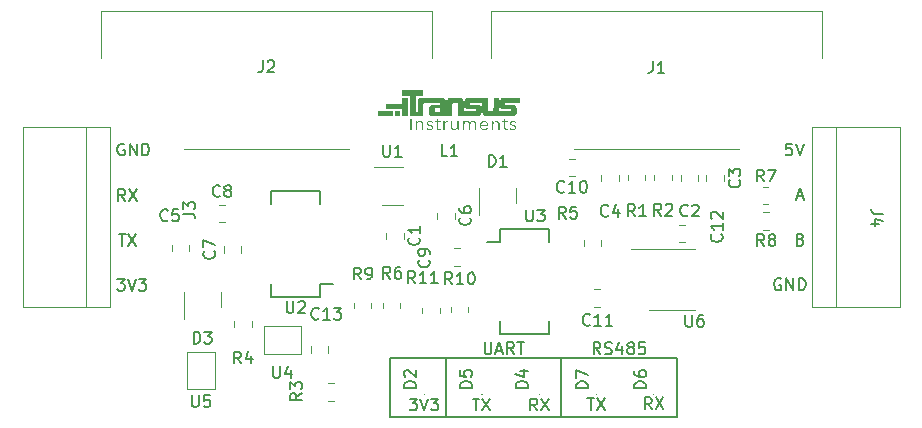
<source format=gbr>
%TF.GenerationSoftware,KiCad,Pcbnew,(6.0.10)*%
%TF.CreationDate,2023-01-23T16:27:41+00:00*%
%TF.ProjectId,USB,5553422e-6b69-4636-9164-5f7063625858,rev?*%
%TF.SameCoordinates,Original*%
%TF.FileFunction,Legend,Top*%
%TF.FilePolarity,Positive*%
%FSLAX46Y46*%
G04 Gerber Fmt 4.6, Leading zero omitted, Abs format (unit mm)*
G04 Created by KiCad (PCBNEW (6.0.10)) date 2023-01-23 16:27:41*
%MOMM*%
%LPD*%
G01*
G04 APERTURE LIST*
%ADD10C,0.150000*%
%ADD11C,0.120000*%
%ADD12C,0.100000*%
G04 APERTURE END LIST*
D10*
X170314761Y-146752380D02*
X169981428Y-146276190D01*
X169743333Y-146752380D02*
X169743333Y-145752380D01*
X170124285Y-145752380D01*
X170219523Y-145800000D01*
X170267142Y-145847619D01*
X170314761Y-145942857D01*
X170314761Y-146085714D01*
X170267142Y-146180952D01*
X170219523Y-146228571D01*
X170124285Y-146276190D01*
X169743333Y-146276190D01*
X170695714Y-146704761D02*
X170838571Y-146752380D01*
X171076666Y-146752380D01*
X171171904Y-146704761D01*
X171219523Y-146657142D01*
X171267142Y-146561904D01*
X171267142Y-146466666D01*
X171219523Y-146371428D01*
X171171904Y-146323809D01*
X171076666Y-146276190D01*
X170886190Y-146228571D01*
X170790952Y-146180952D01*
X170743333Y-146133333D01*
X170695714Y-146038095D01*
X170695714Y-145942857D01*
X170743333Y-145847619D01*
X170790952Y-145800000D01*
X170886190Y-145752380D01*
X171124285Y-145752380D01*
X171267142Y-145800000D01*
X172124285Y-146085714D02*
X172124285Y-146752380D01*
X171886190Y-145704761D02*
X171648095Y-146419047D01*
X172267142Y-146419047D01*
X172790952Y-146180952D02*
X172695714Y-146133333D01*
X172648095Y-146085714D01*
X172600476Y-145990476D01*
X172600476Y-145942857D01*
X172648095Y-145847619D01*
X172695714Y-145800000D01*
X172790952Y-145752380D01*
X172981428Y-145752380D01*
X173076666Y-145800000D01*
X173124285Y-145847619D01*
X173171904Y-145942857D01*
X173171904Y-145990476D01*
X173124285Y-146085714D01*
X173076666Y-146133333D01*
X172981428Y-146180952D01*
X172790952Y-146180952D01*
X172695714Y-146228571D01*
X172648095Y-146276190D01*
X172600476Y-146371428D01*
X172600476Y-146561904D01*
X172648095Y-146657142D01*
X172695714Y-146704761D01*
X172790952Y-146752380D01*
X172981428Y-146752380D01*
X173076666Y-146704761D01*
X173124285Y-146657142D01*
X173171904Y-146561904D01*
X173171904Y-146371428D01*
X173124285Y-146276190D01*
X173076666Y-146228571D01*
X172981428Y-146180952D01*
X174076666Y-145752380D02*
X173600476Y-145752380D01*
X173552857Y-146228571D01*
X173600476Y-146180952D01*
X173695714Y-146133333D01*
X173933809Y-146133333D01*
X174029047Y-146180952D01*
X174076666Y-146228571D01*
X174124285Y-146323809D01*
X174124285Y-146561904D01*
X174076666Y-146657142D01*
X174029047Y-146704761D01*
X173933809Y-146752380D01*
X173695714Y-146752380D01*
X173600476Y-146704761D01*
X173552857Y-146657142D01*
X160514761Y-145752380D02*
X160514761Y-146561904D01*
X160562380Y-146657142D01*
X160610000Y-146704761D01*
X160705238Y-146752380D01*
X160895714Y-146752380D01*
X160990952Y-146704761D01*
X161038571Y-146657142D01*
X161086190Y-146561904D01*
X161086190Y-145752380D01*
X161514761Y-146466666D02*
X161990952Y-146466666D01*
X161419523Y-146752380D02*
X161752857Y-145752380D01*
X162086190Y-146752380D01*
X162990952Y-146752380D02*
X162657619Y-146276190D01*
X162419523Y-146752380D02*
X162419523Y-145752380D01*
X162800476Y-145752380D01*
X162895714Y-145800000D01*
X162943333Y-145847619D01*
X162990952Y-145942857D01*
X162990952Y-146085714D01*
X162943333Y-146180952D01*
X162895714Y-146228571D01*
X162800476Y-146276190D01*
X162419523Y-146276190D01*
X163276666Y-145752380D02*
X163848095Y-145752380D01*
X163562380Y-146752380D02*
X163562380Y-145752380D01*
X169198095Y-150502380D02*
X169769523Y-150502380D01*
X169483809Y-151502380D02*
X169483809Y-150502380D01*
X170007619Y-150502380D02*
X170674285Y-151502380D01*
X170674285Y-150502380D02*
X170007619Y-151502380D01*
X174653333Y-151422380D02*
X174320000Y-150946190D01*
X174081904Y-151422380D02*
X174081904Y-150422380D01*
X174462857Y-150422380D01*
X174558095Y-150470000D01*
X174605714Y-150517619D01*
X174653333Y-150612857D01*
X174653333Y-150755714D01*
X174605714Y-150850952D01*
X174558095Y-150898571D01*
X174462857Y-150946190D01*
X174081904Y-150946190D01*
X174986666Y-150422380D02*
X175653333Y-151422380D01*
X175653333Y-150422380D02*
X174986666Y-151422380D01*
X164953333Y-151522380D02*
X164620000Y-151046190D01*
X164381904Y-151522380D02*
X164381904Y-150522380D01*
X164762857Y-150522380D01*
X164858095Y-150570000D01*
X164905714Y-150617619D01*
X164953333Y-150712857D01*
X164953333Y-150855714D01*
X164905714Y-150950952D01*
X164858095Y-150998571D01*
X164762857Y-151046190D01*
X164381904Y-151046190D01*
X165286666Y-150522380D02*
X165953333Y-151522380D01*
X165953333Y-150522380D02*
X165286666Y-151522380D01*
X159498095Y-150522380D02*
X160069523Y-150522380D01*
X159783809Y-151522380D02*
X159783809Y-150522380D01*
X160307619Y-150522380D02*
X160974285Y-151522380D01*
X160974285Y-150522380D02*
X160307619Y-151522380D01*
X157280000Y-147090000D02*
X157280000Y-152030000D01*
X167000000Y-147110000D02*
X167000000Y-152010000D01*
X154161904Y-150522380D02*
X154780952Y-150522380D01*
X154447619Y-150903333D01*
X154590476Y-150903333D01*
X154685714Y-150950952D01*
X154733333Y-150998571D01*
X154780952Y-151093809D01*
X154780952Y-151331904D01*
X154733333Y-151427142D01*
X154685714Y-151474761D01*
X154590476Y-151522380D01*
X154304761Y-151522380D01*
X154209523Y-151474761D01*
X154161904Y-151427142D01*
X155066666Y-150522380D02*
X155400000Y-151522380D01*
X155733333Y-150522380D01*
X155971428Y-150522380D02*
X156590476Y-150522380D01*
X156257142Y-150903333D01*
X156400000Y-150903333D01*
X156495238Y-150950952D01*
X156542857Y-150998571D01*
X156590476Y-151093809D01*
X156590476Y-151331904D01*
X156542857Y-151427142D01*
X156495238Y-151474761D01*
X156400000Y-151522380D01*
X156114285Y-151522380D01*
X156019047Y-151474761D01*
X155971428Y-151427142D01*
X152460000Y-147100000D02*
X176810000Y-147100000D01*
X176810000Y-147100000D02*
X176810000Y-152070000D01*
X176810000Y-152070000D02*
X152460000Y-152070000D01*
X152460000Y-152070000D02*
X152460000Y-147100000D01*
X185588095Y-140390000D02*
X185492857Y-140342380D01*
X185350000Y-140342380D01*
X185207142Y-140390000D01*
X185111904Y-140485238D01*
X185064285Y-140580476D01*
X185016666Y-140770952D01*
X185016666Y-140913809D01*
X185064285Y-141104285D01*
X185111904Y-141199523D01*
X185207142Y-141294761D01*
X185350000Y-141342380D01*
X185445238Y-141342380D01*
X185588095Y-141294761D01*
X185635714Y-141247142D01*
X185635714Y-140913809D01*
X185445238Y-140913809D01*
X186064285Y-141342380D02*
X186064285Y-140342380D01*
X186635714Y-141342380D01*
X186635714Y-140342380D01*
X187111904Y-141342380D02*
X187111904Y-140342380D01*
X187350000Y-140342380D01*
X187492857Y-140390000D01*
X187588095Y-140485238D01*
X187635714Y-140580476D01*
X187683333Y-140770952D01*
X187683333Y-140913809D01*
X187635714Y-141104285D01*
X187588095Y-141199523D01*
X187492857Y-141294761D01*
X187350000Y-141342380D01*
X187111904Y-141342380D01*
X187251428Y-137038571D02*
X187394285Y-137086190D01*
X187441904Y-137133809D01*
X187489523Y-137229047D01*
X187489523Y-137371904D01*
X187441904Y-137467142D01*
X187394285Y-137514761D01*
X187299047Y-137562380D01*
X186918095Y-137562380D01*
X186918095Y-136562380D01*
X187251428Y-136562380D01*
X187346666Y-136610000D01*
X187394285Y-136657619D01*
X187441904Y-136752857D01*
X187441904Y-136848095D01*
X187394285Y-136943333D01*
X187346666Y-136990952D01*
X187251428Y-137038571D01*
X186918095Y-137038571D01*
X186941904Y-133396666D02*
X187418095Y-133396666D01*
X186846666Y-133682380D02*
X187180000Y-132682380D01*
X187513333Y-133682380D01*
X186529523Y-128932380D02*
X186053333Y-128932380D01*
X186005714Y-129408571D01*
X186053333Y-129360952D01*
X186148571Y-129313333D01*
X186386666Y-129313333D01*
X186481904Y-129360952D01*
X186529523Y-129408571D01*
X186577142Y-129503809D01*
X186577142Y-129741904D01*
X186529523Y-129837142D01*
X186481904Y-129884761D01*
X186386666Y-129932380D01*
X186148571Y-129932380D01*
X186053333Y-129884761D01*
X186005714Y-129837142D01*
X186862857Y-128932380D02*
X187196190Y-129932380D01*
X187529523Y-128932380D01*
X129421904Y-140372380D02*
X130040952Y-140372380D01*
X129707619Y-140753333D01*
X129850476Y-140753333D01*
X129945714Y-140800952D01*
X129993333Y-140848571D01*
X130040952Y-140943809D01*
X130040952Y-141181904D01*
X129993333Y-141277142D01*
X129945714Y-141324761D01*
X129850476Y-141372380D01*
X129564761Y-141372380D01*
X129469523Y-141324761D01*
X129421904Y-141277142D01*
X130326666Y-140372380D02*
X130660000Y-141372380D01*
X130993333Y-140372380D01*
X131231428Y-140372380D02*
X131850476Y-140372380D01*
X131517142Y-140753333D01*
X131660000Y-140753333D01*
X131755238Y-140800952D01*
X131802857Y-140848571D01*
X131850476Y-140943809D01*
X131850476Y-141181904D01*
X131802857Y-141277142D01*
X131755238Y-141324761D01*
X131660000Y-141372380D01*
X131374285Y-141372380D01*
X131279047Y-141324761D01*
X131231428Y-141277142D01*
X129538095Y-136602380D02*
X130109523Y-136602380D01*
X129823809Y-137602380D02*
X129823809Y-136602380D01*
X130347619Y-136602380D02*
X131014285Y-137602380D01*
X131014285Y-136602380D02*
X130347619Y-137602380D01*
X130083333Y-133782380D02*
X129750000Y-133306190D01*
X129511904Y-133782380D02*
X129511904Y-132782380D01*
X129892857Y-132782380D01*
X129988095Y-132830000D01*
X130035714Y-132877619D01*
X130083333Y-132972857D01*
X130083333Y-133115714D01*
X130035714Y-133210952D01*
X129988095Y-133258571D01*
X129892857Y-133306190D01*
X129511904Y-133306190D01*
X130416666Y-132782380D02*
X131083333Y-133782380D01*
X131083333Y-132782380D02*
X130416666Y-133782380D01*
X129998095Y-128970000D02*
X129902857Y-128922380D01*
X129760000Y-128922380D01*
X129617142Y-128970000D01*
X129521904Y-129065238D01*
X129474285Y-129160476D01*
X129426666Y-129350952D01*
X129426666Y-129493809D01*
X129474285Y-129684285D01*
X129521904Y-129779523D01*
X129617142Y-129874761D01*
X129760000Y-129922380D01*
X129855238Y-129922380D01*
X129998095Y-129874761D01*
X130045714Y-129827142D01*
X130045714Y-129493809D01*
X129855238Y-129493809D01*
X130474285Y-129922380D02*
X130474285Y-128922380D01*
X131045714Y-129922380D01*
X131045714Y-128922380D01*
X131521904Y-129922380D02*
X131521904Y-128922380D01*
X131760000Y-128922380D01*
X131902857Y-128970000D01*
X131998095Y-129065238D01*
X132045714Y-129160476D01*
X132093333Y-129350952D01*
X132093333Y-129493809D01*
X132045714Y-129684285D01*
X131998095Y-129779523D01*
X131902857Y-129874761D01*
X131760000Y-129922380D01*
X131521904Y-129922380D01*
%TO.C,U3*%
X164018095Y-134522380D02*
X164018095Y-135331904D01*
X164065714Y-135427142D01*
X164113333Y-135474761D01*
X164208571Y-135522380D01*
X164399047Y-135522380D01*
X164494285Y-135474761D01*
X164541904Y-135427142D01*
X164589523Y-135331904D01*
X164589523Y-134522380D01*
X164970476Y-134522380D02*
X165589523Y-134522380D01*
X165256190Y-134903333D01*
X165399047Y-134903333D01*
X165494285Y-134950952D01*
X165541904Y-134998571D01*
X165589523Y-135093809D01*
X165589523Y-135331904D01*
X165541904Y-135427142D01*
X165494285Y-135474761D01*
X165399047Y-135522380D01*
X165113333Y-135522380D01*
X165018095Y-135474761D01*
X164970476Y-135427142D01*
%TO.C,D3*%
X135866904Y-145859880D02*
X135866904Y-144859880D01*
X136105000Y-144859880D01*
X136247857Y-144907500D01*
X136343095Y-145002738D01*
X136390714Y-145097976D01*
X136438333Y-145288452D01*
X136438333Y-145431309D01*
X136390714Y-145621785D01*
X136343095Y-145717023D01*
X136247857Y-145812261D01*
X136105000Y-145859880D01*
X135866904Y-145859880D01*
X136771666Y-144859880D02*
X137390714Y-144859880D01*
X137057380Y-145240833D01*
X137200238Y-145240833D01*
X137295476Y-145288452D01*
X137343095Y-145336071D01*
X137390714Y-145431309D01*
X137390714Y-145669404D01*
X137343095Y-145764642D01*
X137295476Y-145812261D01*
X137200238Y-145859880D01*
X136914523Y-145859880D01*
X136819285Y-145812261D01*
X136771666Y-145764642D01*
%TO.C,D1*%
X160861904Y-130882380D02*
X160861904Y-129882380D01*
X161100000Y-129882380D01*
X161242857Y-129930000D01*
X161338095Y-130025238D01*
X161385714Y-130120476D01*
X161433333Y-130310952D01*
X161433333Y-130453809D01*
X161385714Y-130644285D01*
X161338095Y-130739523D01*
X161242857Y-130834761D01*
X161100000Y-130882380D01*
X160861904Y-130882380D01*
X162385714Y-130882380D02*
X161814285Y-130882380D01*
X162100000Y-130882380D02*
X162100000Y-129882380D01*
X162004761Y-130025238D01*
X161909523Y-130120476D01*
X161814285Y-130168095D01*
%TO.C,L1*%
X157343333Y-129982380D02*
X156867142Y-129982380D01*
X156867142Y-128982380D01*
X158200476Y-129982380D02*
X157629047Y-129982380D01*
X157914761Y-129982380D02*
X157914761Y-128982380D01*
X157819523Y-129125238D01*
X157724285Y-129220476D01*
X157629047Y-129268095D01*
%TO.C,U6*%
X177508095Y-143432380D02*
X177508095Y-144241904D01*
X177555714Y-144337142D01*
X177603333Y-144384761D01*
X177698571Y-144432380D01*
X177889047Y-144432380D01*
X177984285Y-144384761D01*
X178031904Y-144337142D01*
X178079523Y-144241904D01*
X178079523Y-143432380D01*
X178984285Y-143432380D02*
X178793809Y-143432380D01*
X178698571Y-143480000D01*
X178650952Y-143527619D01*
X178555714Y-143670476D01*
X178508095Y-143860952D01*
X178508095Y-144241904D01*
X178555714Y-144337142D01*
X178603333Y-144384761D01*
X178698571Y-144432380D01*
X178889047Y-144432380D01*
X178984285Y-144384761D01*
X179031904Y-144337142D01*
X179079523Y-144241904D01*
X179079523Y-144003809D01*
X179031904Y-143908571D01*
X178984285Y-143860952D01*
X178889047Y-143813333D01*
X178698571Y-143813333D01*
X178603333Y-143860952D01*
X178555714Y-143908571D01*
X178508095Y-144003809D01*
%TO.C,U5*%
X135728095Y-150232380D02*
X135728095Y-151041904D01*
X135775714Y-151137142D01*
X135823333Y-151184761D01*
X135918571Y-151232380D01*
X136109047Y-151232380D01*
X136204285Y-151184761D01*
X136251904Y-151137142D01*
X136299523Y-151041904D01*
X136299523Y-150232380D01*
X137251904Y-150232380D02*
X136775714Y-150232380D01*
X136728095Y-150708571D01*
X136775714Y-150660952D01*
X136870952Y-150613333D01*
X137109047Y-150613333D01*
X137204285Y-150660952D01*
X137251904Y-150708571D01*
X137299523Y-150803809D01*
X137299523Y-151041904D01*
X137251904Y-151137142D01*
X137204285Y-151184761D01*
X137109047Y-151232380D01*
X136870952Y-151232380D01*
X136775714Y-151184761D01*
X136728095Y-151137142D01*
%TO.C,U4*%
X142603095Y-147769880D02*
X142603095Y-148579404D01*
X142650714Y-148674642D01*
X142698333Y-148722261D01*
X142793571Y-148769880D01*
X142984047Y-148769880D01*
X143079285Y-148722261D01*
X143126904Y-148674642D01*
X143174523Y-148579404D01*
X143174523Y-147769880D01*
X144079285Y-148103214D02*
X144079285Y-148769880D01*
X143841190Y-147722261D02*
X143603095Y-148436547D01*
X144222142Y-148436547D01*
%TO.C,U2*%
X143738095Y-142264880D02*
X143738095Y-143074404D01*
X143785714Y-143169642D01*
X143833333Y-143217261D01*
X143928571Y-143264880D01*
X144119047Y-143264880D01*
X144214285Y-143217261D01*
X144261904Y-143169642D01*
X144309523Y-143074404D01*
X144309523Y-142264880D01*
X144738095Y-142360119D02*
X144785714Y-142312500D01*
X144880952Y-142264880D01*
X145119047Y-142264880D01*
X145214285Y-142312500D01*
X145261904Y-142360119D01*
X145309523Y-142455357D01*
X145309523Y-142550595D01*
X145261904Y-142693452D01*
X144690476Y-143264880D01*
X145309523Y-143264880D01*
%TO.C,U1*%
X151918095Y-129032380D02*
X151918095Y-129841904D01*
X151965714Y-129937142D01*
X152013333Y-129984761D01*
X152108571Y-130032380D01*
X152299047Y-130032380D01*
X152394285Y-129984761D01*
X152441904Y-129937142D01*
X152489523Y-129841904D01*
X152489523Y-129032380D01*
X153489523Y-130032380D02*
X152918095Y-130032380D01*
X153203809Y-130032380D02*
X153203809Y-129032380D01*
X153108571Y-129175238D01*
X153013333Y-129270476D01*
X152918095Y-129318095D01*
%TO.C,R11*%
X154627142Y-140742380D02*
X154293809Y-140266190D01*
X154055714Y-140742380D02*
X154055714Y-139742380D01*
X154436666Y-139742380D01*
X154531904Y-139790000D01*
X154579523Y-139837619D01*
X154627142Y-139932857D01*
X154627142Y-140075714D01*
X154579523Y-140170952D01*
X154531904Y-140218571D01*
X154436666Y-140266190D01*
X154055714Y-140266190D01*
X155579523Y-140742380D02*
X155008095Y-140742380D01*
X155293809Y-140742380D02*
X155293809Y-139742380D01*
X155198571Y-139885238D01*
X155103333Y-139980476D01*
X155008095Y-140028095D01*
X156531904Y-140742380D02*
X155960476Y-140742380D01*
X156246190Y-140742380D02*
X156246190Y-139742380D01*
X156150952Y-139885238D01*
X156055714Y-139980476D01*
X155960476Y-140028095D01*
%TO.C,R10*%
X157757142Y-140832380D02*
X157423809Y-140356190D01*
X157185714Y-140832380D02*
X157185714Y-139832380D01*
X157566666Y-139832380D01*
X157661904Y-139880000D01*
X157709523Y-139927619D01*
X157757142Y-140022857D01*
X157757142Y-140165714D01*
X157709523Y-140260952D01*
X157661904Y-140308571D01*
X157566666Y-140356190D01*
X157185714Y-140356190D01*
X158709523Y-140832380D02*
X158138095Y-140832380D01*
X158423809Y-140832380D02*
X158423809Y-139832380D01*
X158328571Y-139975238D01*
X158233333Y-140070476D01*
X158138095Y-140118095D01*
X159328571Y-139832380D02*
X159423809Y-139832380D01*
X159519047Y-139880000D01*
X159566666Y-139927619D01*
X159614285Y-140022857D01*
X159661904Y-140213333D01*
X159661904Y-140451428D01*
X159614285Y-140641904D01*
X159566666Y-140737142D01*
X159519047Y-140784761D01*
X159423809Y-140832380D01*
X159328571Y-140832380D01*
X159233333Y-140784761D01*
X159185714Y-140737142D01*
X159138095Y-140641904D01*
X159090476Y-140451428D01*
X159090476Y-140213333D01*
X159138095Y-140022857D01*
X159185714Y-139927619D01*
X159233333Y-139880000D01*
X159328571Y-139832380D01*
%TO.C,R9*%
X150038333Y-140429880D02*
X149705000Y-139953690D01*
X149466904Y-140429880D02*
X149466904Y-139429880D01*
X149847857Y-139429880D01*
X149943095Y-139477500D01*
X149990714Y-139525119D01*
X150038333Y-139620357D01*
X150038333Y-139763214D01*
X149990714Y-139858452D01*
X149943095Y-139906071D01*
X149847857Y-139953690D01*
X149466904Y-139953690D01*
X150514523Y-140429880D02*
X150705000Y-140429880D01*
X150800238Y-140382261D01*
X150847857Y-140334642D01*
X150943095Y-140191785D01*
X150990714Y-140001309D01*
X150990714Y-139620357D01*
X150943095Y-139525119D01*
X150895476Y-139477500D01*
X150800238Y-139429880D01*
X150609761Y-139429880D01*
X150514523Y-139477500D01*
X150466904Y-139525119D01*
X150419285Y-139620357D01*
X150419285Y-139858452D01*
X150466904Y-139953690D01*
X150514523Y-140001309D01*
X150609761Y-140048928D01*
X150800238Y-140048928D01*
X150895476Y-140001309D01*
X150943095Y-139953690D01*
X150990714Y-139858452D01*
%TO.C,R8*%
X184173333Y-137592380D02*
X183840000Y-137116190D01*
X183601904Y-137592380D02*
X183601904Y-136592380D01*
X183982857Y-136592380D01*
X184078095Y-136640000D01*
X184125714Y-136687619D01*
X184173333Y-136782857D01*
X184173333Y-136925714D01*
X184125714Y-137020952D01*
X184078095Y-137068571D01*
X183982857Y-137116190D01*
X183601904Y-137116190D01*
X184744761Y-137020952D02*
X184649523Y-136973333D01*
X184601904Y-136925714D01*
X184554285Y-136830476D01*
X184554285Y-136782857D01*
X184601904Y-136687619D01*
X184649523Y-136640000D01*
X184744761Y-136592380D01*
X184935238Y-136592380D01*
X185030476Y-136640000D01*
X185078095Y-136687619D01*
X185125714Y-136782857D01*
X185125714Y-136830476D01*
X185078095Y-136925714D01*
X185030476Y-136973333D01*
X184935238Y-137020952D01*
X184744761Y-137020952D01*
X184649523Y-137068571D01*
X184601904Y-137116190D01*
X184554285Y-137211428D01*
X184554285Y-137401904D01*
X184601904Y-137497142D01*
X184649523Y-137544761D01*
X184744761Y-137592380D01*
X184935238Y-137592380D01*
X185030476Y-137544761D01*
X185078095Y-137497142D01*
X185125714Y-137401904D01*
X185125714Y-137211428D01*
X185078095Y-137116190D01*
X185030476Y-137068571D01*
X184935238Y-137020952D01*
%TO.C,R7*%
X184143333Y-132132380D02*
X183810000Y-131656190D01*
X183571904Y-132132380D02*
X183571904Y-131132380D01*
X183952857Y-131132380D01*
X184048095Y-131180000D01*
X184095714Y-131227619D01*
X184143333Y-131322857D01*
X184143333Y-131465714D01*
X184095714Y-131560952D01*
X184048095Y-131608571D01*
X183952857Y-131656190D01*
X183571904Y-131656190D01*
X184476666Y-131132380D02*
X185143333Y-131132380D01*
X184714761Y-132132380D01*
%TO.C,R6*%
X152513333Y-140362380D02*
X152180000Y-139886190D01*
X151941904Y-140362380D02*
X151941904Y-139362380D01*
X152322857Y-139362380D01*
X152418095Y-139410000D01*
X152465714Y-139457619D01*
X152513333Y-139552857D01*
X152513333Y-139695714D01*
X152465714Y-139790952D01*
X152418095Y-139838571D01*
X152322857Y-139886190D01*
X151941904Y-139886190D01*
X153370476Y-139362380D02*
X153180000Y-139362380D01*
X153084761Y-139410000D01*
X153037142Y-139457619D01*
X152941904Y-139600476D01*
X152894285Y-139790952D01*
X152894285Y-140171904D01*
X152941904Y-140267142D01*
X152989523Y-140314761D01*
X153084761Y-140362380D01*
X153275238Y-140362380D01*
X153370476Y-140314761D01*
X153418095Y-140267142D01*
X153465714Y-140171904D01*
X153465714Y-139933809D01*
X153418095Y-139838571D01*
X153370476Y-139790952D01*
X153275238Y-139743333D01*
X153084761Y-139743333D01*
X152989523Y-139790952D01*
X152941904Y-139838571D01*
X152894285Y-139933809D01*
%TO.C,R5*%
X167363333Y-135272380D02*
X167030000Y-134796190D01*
X166791904Y-135272380D02*
X166791904Y-134272380D01*
X167172857Y-134272380D01*
X167268095Y-134320000D01*
X167315714Y-134367619D01*
X167363333Y-134462857D01*
X167363333Y-134605714D01*
X167315714Y-134700952D01*
X167268095Y-134748571D01*
X167172857Y-134796190D01*
X166791904Y-134796190D01*
X168268095Y-134272380D02*
X167791904Y-134272380D01*
X167744285Y-134748571D01*
X167791904Y-134700952D01*
X167887142Y-134653333D01*
X168125238Y-134653333D01*
X168220476Y-134700952D01*
X168268095Y-134748571D01*
X168315714Y-134843809D01*
X168315714Y-135081904D01*
X168268095Y-135177142D01*
X168220476Y-135224761D01*
X168125238Y-135272380D01*
X167887142Y-135272380D01*
X167791904Y-135224761D01*
X167744285Y-135177142D01*
%TO.C,R4*%
X139888333Y-147539880D02*
X139555000Y-147063690D01*
X139316904Y-147539880D02*
X139316904Y-146539880D01*
X139697857Y-146539880D01*
X139793095Y-146587500D01*
X139840714Y-146635119D01*
X139888333Y-146730357D01*
X139888333Y-146873214D01*
X139840714Y-146968452D01*
X139793095Y-147016071D01*
X139697857Y-147063690D01*
X139316904Y-147063690D01*
X140745476Y-146873214D02*
X140745476Y-147539880D01*
X140507380Y-146492261D02*
X140269285Y-147206547D01*
X140888333Y-147206547D01*
%TO.C,R3*%
X145052380Y-150076666D02*
X144576190Y-150410000D01*
X145052380Y-150648095D02*
X144052380Y-150648095D01*
X144052380Y-150267142D01*
X144100000Y-150171904D01*
X144147619Y-150124285D01*
X144242857Y-150076666D01*
X144385714Y-150076666D01*
X144480952Y-150124285D01*
X144528571Y-150171904D01*
X144576190Y-150267142D01*
X144576190Y-150648095D01*
X144052380Y-149743333D02*
X144052380Y-149124285D01*
X144433333Y-149457619D01*
X144433333Y-149314761D01*
X144480952Y-149219523D01*
X144528571Y-149171904D01*
X144623809Y-149124285D01*
X144861904Y-149124285D01*
X144957142Y-149171904D01*
X145004761Y-149219523D01*
X145052380Y-149314761D01*
X145052380Y-149600476D01*
X145004761Y-149695714D01*
X144957142Y-149743333D01*
%TO.C,R2*%
X175453333Y-135032380D02*
X175120000Y-134556190D01*
X174881904Y-135032380D02*
X174881904Y-134032380D01*
X175262857Y-134032380D01*
X175358095Y-134080000D01*
X175405714Y-134127619D01*
X175453333Y-134222857D01*
X175453333Y-134365714D01*
X175405714Y-134460952D01*
X175358095Y-134508571D01*
X175262857Y-134556190D01*
X174881904Y-134556190D01*
X175834285Y-134127619D02*
X175881904Y-134080000D01*
X175977142Y-134032380D01*
X176215238Y-134032380D01*
X176310476Y-134080000D01*
X176358095Y-134127619D01*
X176405714Y-134222857D01*
X176405714Y-134318095D01*
X176358095Y-134460952D01*
X175786666Y-135032380D01*
X176405714Y-135032380D01*
%TO.C,R1*%
X173223333Y-135072380D02*
X172890000Y-134596190D01*
X172651904Y-135072380D02*
X172651904Y-134072380D01*
X173032857Y-134072380D01*
X173128095Y-134120000D01*
X173175714Y-134167619D01*
X173223333Y-134262857D01*
X173223333Y-134405714D01*
X173175714Y-134500952D01*
X173128095Y-134548571D01*
X173032857Y-134596190D01*
X172651904Y-134596190D01*
X174175714Y-135072380D02*
X173604285Y-135072380D01*
X173890000Y-135072380D02*
X173890000Y-134072380D01*
X173794761Y-134215238D01*
X173699523Y-134310476D01*
X173604285Y-134358095D01*
%TO.C,J4*%
X194227619Y-134856666D02*
X193513333Y-134856666D01*
X193370476Y-134809047D01*
X193275238Y-134713809D01*
X193227619Y-134570952D01*
X193227619Y-134475714D01*
X193894285Y-135761428D02*
X193227619Y-135761428D01*
X194275238Y-135523333D02*
X193560952Y-135285238D01*
X193560952Y-135904285D01*
%TO.C,J3*%
X134987380Y-134870833D02*
X135701666Y-134870833D01*
X135844523Y-134918452D01*
X135939761Y-135013690D01*
X135987380Y-135156547D01*
X135987380Y-135251785D01*
X134987380Y-134489880D02*
X134987380Y-133870833D01*
X135368333Y-134204166D01*
X135368333Y-134061309D01*
X135415952Y-133966071D01*
X135463571Y-133918452D01*
X135558809Y-133870833D01*
X135796904Y-133870833D01*
X135892142Y-133918452D01*
X135939761Y-133966071D01*
X135987380Y-134061309D01*
X135987380Y-134347023D01*
X135939761Y-134442261D01*
X135892142Y-134489880D01*
%TO.C,D7*%
X169242380Y-149638095D02*
X168242380Y-149638095D01*
X168242380Y-149400000D01*
X168290000Y-149257142D01*
X168385238Y-149161904D01*
X168480476Y-149114285D01*
X168670952Y-149066666D01*
X168813809Y-149066666D01*
X169004285Y-149114285D01*
X169099523Y-149161904D01*
X169194761Y-149257142D01*
X169242380Y-149400000D01*
X169242380Y-149638095D01*
X168242380Y-148733333D02*
X168242380Y-148066666D01*
X169242380Y-148495238D01*
%TO.C,D6*%
X174182380Y-149638095D02*
X173182380Y-149638095D01*
X173182380Y-149400000D01*
X173230000Y-149257142D01*
X173325238Y-149161904D01*
X173420476Y-149114285D01*
X173610952Y-149066666D01*
X173753809Y-149066666D01*
X173944285Y-149114285D01*
X174039523Y-149161904D01*
X174134761Y-149257142D01*
X174182380Y-149400000D01*
X174182380Y-149638095D01*
X173182380Y-148209523D02*
X173182380Y-148400000D01*
X173230000Y-148495238D01*
X173277619Y-148542857D01*
X173420476Y-148638095D01*
X173610952Y-148685714D01*
X173991904Y-148685714D01*
X174087142Y-148638095D01*
X174134761Y-148590476D01*
X174182380Y-148495238D01*
X174182380Y-148304761D01*
X174134761Y-148209523D01*
X174087142Y-148161904D01*
X173991904Y-148114285D01*
X173753809Y-148114285D01*
X173658571Y-148161904D01*
X173610952Y-148209523D01*
X173563333Y-148304761D01*
X173563333Y-148495238D01*
X173610952Y-148590476D01*
X173658571Y-148638095D01*
X173753809Y-148685714D01*
%TO.C,D5*%
X159422380Y-149608095D02*
X158422380Y-149608095D01*
X158422380Y-149370000D01*
X158470000Y-149227142D01*
X158565238Y-149131904D01*
X158660476Y-149084285D01*
X158850952Y-149036666D01*
X158993809Y-149036666D01*
X159184285Y-149084285D01*
X159279523Y-149131904D01*
X159374761Y-149227142D01*
X159422380Y-149370000D01*
X159422380Y-149608095D01*
X158422380Y-148131904D02*
X158422380Y-148608095D01*
X158898571Y-148655714D01*
X158850952Y-148608095D01*
X158803333Y-148512857D01*
X158803333Y-148274761D01*
X158850952Y-148179523D01*
X158898571Y-148131904D01*
X158993809Y-148084285D01*
X159231904Y-148084285D01*
X159327142Y-148131904D01*
X159374761Y-148179523D01*
X159422380Y-148274761D01*
X159422380Y-148512857D01*
X159374761Y-148608095D01*
X159327142Y-148655714D01*
%TO.C,D4*%
X164152380Y-149618095D02*
X163152380Y-149618095D01*
X163152380Y-149380000D01*
X163200000Y-149237142D01*
X163295238Y-149141904D01*
X163390476Y-149094285D01*
X163580952Y-149046666D01*
X163723809Y-149046666D01*
X163914285Y-149094285D01*
X164009523Y-149141904D01*
X164104761Y-149237142D01*
X164152380Y-149380000D01*
X164152380Y-149618095D01*
X163485714Y-148189523D02*
X164152380Y-148189523D01*
X163104761Y-148427619D02*
X163819047Y-148665714D01*
X163819047Y-148046666D01*
%TO.C,D2*%
X154702380Y-149618095D02*
X153702380Y-149618095D01*
X153702380Y-149380000D01*
X153750000Y-149237142D01*
X153845238Y-149141904D01*
X153940476Y-149094285D01*
X154130952Y-149046666D01*
X154273809Y-149046666D01*
X154464285Y-149094285D01*
X154559523Y-149141904D01*
X154654761Y-149237142D01*
X154702380Y-149380000D01*
X154702380Y-149618095D01*
X153797619Y-148665714D02*
X153750000Y-148618095D01*
X153702380Y-148522857D01*
X153702380Y-148284761D01*
X153750000Y-148189523D01*
X153797619Y-148141904D01*
X153892857Y-148094285D01*
X153988095Y-148094285D01*
X154130952Y-148141904D01*
X154702380Y-148713333D01*
X154702380Y-148094285D01*
%TO.C,C13*%
X146462142Y-143734642D02*
X146414523Y-143782261D01*
X146271666Y-143829880D01*
X146176428Y-143829880D01*
X146033571Y-143782261D01*
X145938333Y-143687023D01*
X145890714Y-143591785D01*
X145843095Y-143401309D01*
X145843095Y-143258452D01*
X145890714Y-143067976D01*
X145938333Y-142972738D01*
X146033571Y-142877500D01*
X146176428Y-142829880D01*
X146271666Y-142829880D01*
X146414523Y-142877500D01*
X146462142Y-142925119D01*
X147414523Y-143829880D02*
X146843095Y-143829880D01*
X147128809Y-143829880D02*
X147128809Y-142829880D01*
X147033571Y-142972738D01*
X146938333Y-143067976D01*
X146843095Y-143115595D01*
X147747857Y-142829880D02*
X148366904Y-142829880D01*
X148033571Y-143210833D01*
X148176428Y-143210833D01*
X148271666Y-143258452D01*
X148319285Y-143306071D01*
X148366904Y-143401309D01*
X148366904Y-143639404D01*
X148319285Y-143734642D01*
X148271666Y-143782261D01*
X148176428Y-143829880D01*
X147890714Y-143829880D01*
X147795476Y-143782261D01*
X147747857Y-143734642D01*
%TO.C,C12*%
X180557142Y-136612857D02*
X180604761Y-136660476D01*
X180652380Y-136803333D01*
X180652380Y-136898571D01*
X180604761Y-137041428D01*
X180509523Y-137136666D01*
X180414285Y-137184285D01*
X180223809Y-137231904D01*
X180080952Y-137231904D01*
X179890476Y-137184285D01*
X179795238Y-137136666D01*
X179700000Y-137041428D01*
X179652380Y-136898571D01*
X179652380Y-136803333D01*
X179700000Y-136660476D01*
X179747619Y-136612857D01*
X180652380Y-135660476D02*
X180652380Y-136231904D01*
X180652380Y-135946190D02*
X179652380Y-135946190D01*
X179795238Y-136041428D01*
X179890476Y-136136666D01*
X179938095Y-136231904D01*
X179747619Y-135279523D02*
X179700000Y-135231904D01*
X179652380Y-135136666D01*
X179652380Y-134898571D01*
X179700000Y-134803333D01*
X179747619Y-134755714D01*
X179842857Y-134708095D01*
X179938095Y-134708095D01*
X180080952Y-134755714D01*
X180652380Y-135327142D01*
X180652380Y-134708095D01*
%TO.C,C11*%
X169427142Y-144247142D02*
X169379523Y-144294761D01*
X169236666Y-144342380D01*
X169141428Y-144342380D01*
X168998571Y-144294761D01*
X168903333Y-144199523D01*
X168855714Y-144104285D01*
X168808095Y-143913809D01*
X168808095Y-143770952D01*
X168855714Y-143580476D01*
X168903333Y-143485238D01*
X168998571Y-143390000D01*
X169141428Y-143342380D01*
X169236666Y-143342380D01*
X169379523Y-143390000D01*
X169427142Y-143437619D01*
X170379523Y-144342380D02*
X169808095Y-144342380D01*
X170093809Y-144342380D02*
X170093809Y-143342380D01*
X169998571Y-143485238D01*
X169903333Y-143580476D01*
X169808095Y-143628095D01*
X171331904Y-144342380D02*
X170760476Y-144342380D01*
X171046190Y-144342380D02*
X171046190Y-143342380D01*
X170950952Y-143485238D01*
X170855714Y-143580476D01*
X170760476Y-143628095D01*
%TO.C,C10*%
X167247142Y-132987142D02*
X167199523Y-133034761D01*
X167056666Y-133082380D01*
X166961428Y-133082380D01*
X166818571Y-133034761D01*
X166723333Y-132939523D01*
X166675714Y-132844285D01*
X166628095Y-132653809D01*
X166628095Y-132510952D01*
X166675714Y-132320476D01*
X166723333Y-132225238D01*
X166818571Y-132130000D01*
X166961428Y-132082380D01*
X167056666Y-132082380D01*
X167199523Y-132130000D01*
X167247142Y-132177619D01*
X168199523Y-133082380D02*
X167628095Y-133082380D01*
X167913809Y-133082380D02*
X167913809Y-132082380D01*
X167818571Y-132225238D01*
X167723333Y-132320476D01*
X167628095Y-132368095D01*
X168818571Y-132082380D02*
X168913809Y-132082380D01*
X169009047Y-132130000D01*
X169056666Y-132177619D01*
X169104285Y-132272857D01*
X169151904Y-132463333D01*
X169151904Y-132701428D01*
X169104285Y-132891904D01*
X169056666Y-132987142D01*
X169009047Y-133034761D01*
X168913809Y-133082380D01*
X168818571Y-133082380D01*
X168723333Y-133034761D01*
X168675714Y-132987142D01*
X168628095Y-132891904D01*
X168580476Y-132701428D01*
X168580476Y-132463333D01*
X168628095Y-132272857D01*
X168675714Y-132177619D01*
X168723333Y-132130000D01*
X168818571Y-132082380D01*
%TO.C,C9*%
X155777142Y-138786666D02*
X155824761Y-138834285D01*
X155872380Y-138977142D01*
X155872380Y-139072380D01*
X155824761Y-139215238D01*
X155729523Y-139310476D01*
X155634285Y-139358095D01*
X155443809Y-139405714D01*
X155300952Y-139405714D01*
X155110476Y-139358095D01*
X155015238Y-139310476D01*
X154920000Y-139215238D01*
X154872380Y-139072380D01*
X154872380Y-138977142D01*
X154920000Y-138834285D01*
X154967619Y-138786666D01*
X155872380Y-138310476D02*
X155872380Y-138120000D01*
X155824761Y-138024761D01*
X155777142Y-137977142D01*
X155634285Y-137881904D01*
X155443809Y-137834285D01*
X155062857Y-137834285D01*
X154967619Y-137881904D01*
X154920000Y-137929523D01*
X154872380Y-138024761D01*
X154872380Y-138215238D01*
X154920000Y-138310476D01*
X154967619Y-138358095D01*
X155062857Y-138405714D01*
X155300952Y-138405714D01*
X155396190Y-138358095D01*
X155443809Y-138310476D01*
X155491428Y-138215238D01*
X155491428Y-138024761D01*
X155443809Y-137929523D01*
X155396190Y-137881904D01*
X155300952Y-137834285D01*
%TO.C,C8*%
X138103333Y-133339642D02*
X138055714Y-133387261D01*
X137912857Y-133434880D01*
X137817619Y-133434880D01*
X137674761Y-133387261D01*
X137579523Y-133292023D01*
X137531904Y-133196785D01*
X137484285Y-133006309D01*
X137484285Y-132863452D01*
X137531904Y-132672976D01*
X137579523Y-132577738D01*
X137674761Y-132482500D01*
X137817619Y-132434880D01*
X137912857Y-132434880D01*
X138055714Y-132482500D01*
X138103333Y-132530119D01*
X138674761Y-132863452D02*
X138579523Y-132815833D01*
X138531904Y-132768214D01*
X138484285Y-132672976D01*
X138484285Y-132625357D01*
X138531904Y-132530119D01*
X138579523Y-132482500D01*
X138674761Y-132434880D01*
X138865238Y-132434880D01*
X138960476Y-132482500D01*
X139008095Y-132530119D01*
X139055714Y-132625357D01*
X139055714Y-132672976D01*
X139008095Y-132768214D01*
X138960476Y-132815833D01*
X138865238Y-132863452D01*
X138674761Y-132863452D01*
X138579523Y-132911071D01*
X138531904Y-132958690D01*
X138484285Y-133053928D01*
X138484285Y-133244404D01*
X138531904Y-133339642D01*
X138579523Y-133387261D01*
X138674761Y-133434880D01*
X138865238Y-133434880D01*
X138960476Y-133387261D01*
X139008095Y-133339642D01*
X139055714Y-133244404D01*
X139055714Y-133053928D01*
X139008095Y-132958690D01*
X138960476Y-132911071D01*
X138865238Y-132863452D01*
%TO.C,C7*%
X137599642Y-138059166D02*
X137647261Y-138106785D01*
X137694880Y-138249642D01*
X137694880Y-138344880D01*
X137647261Y-138487738D01*
X137552023Y-138582976D01*
X137456785Y-138630595D01*
X137266309Y-138678214D01*
X137123452Y-138678214D01*
X136932976Y-138630595D01*
X136837738Y-138582976D01*
X136742500Y-138487738D01*
X136694880Y-138344880D01*
X136694880Y-138249642D01*
X136742500Y-138106785D01*
X136790119Y-138059166D01*
X136694880Y-137725833D02*
X136694880Y-137059166D01*
X137694880Y-137487738D01*
%TO.C,C6*%
X159267142Y-135196666D02*
X159314761Y-135244285D01*
X159362380Y-135387142D01*
X159362380Y-135482380D01*
X159314761Y-135625238D01*
X159219523Y-135720476D01*
X159124285Y-135768095D01*
X158933809Y-135815714D01*
X158790952Y-135815714D01*
X158600476Y-135768095D01*
X158505238Y-135720476D01*
X158410000Y-135625238D01*
X158362380Y-135482380D01*
X158362380Y-135387142D01*
X158410000Y-135244285D01*
X158457619Y-135196666D01*
X158362380Y-134339523D02*
X158362380Y-134530000D01*
X158410000Y-134625238D01*
X158457619Y-134672857D01*
X158600476Y-134768095D01*
X158790952Y-134815714D01*
X159171904Y-134815714D01*
X159267142Y-134768095D01*
X159314761Y-134720476D01*
X159362380Y-134625238D01*
X159362380Y-134434761D01*
X159314761Y-134339523D01*
X159267142Y-134291904D01*
X159171904Y-134244285D01*
X158933809Y-134244285D01*
X158838571Y-134291904D01*
X158790952Y-134339523D01*
X158743333Y-134434761D01*
X158743333Y-134625238D01*
X158790952Y-134720476D01*
X158838571Y-134768095D01*
X158933809Y-134815714D01*
%TO.C,C5*%
X133683333Y-135407142D02*
X133635714Y-135454761D01*
X133492857Y-135502380D01*
X133397619Y-135502380D01*
X133254761Y-135454761D01*
X133159523Y-135359523D01*
X133111904Y-135264285D01*
X133064285Y-135073809D01*
X133064285Y-134930952D01*
X133111904Y-134740476D01*
X133159523Y-134645238D01*
X133254761Y-134550000D01*
X133397619Y-134502380D01*
X133492857Y-134502380D01*
X133635714Y-134550000D01*
X133683333Y-134597619D01*
X134588095Y-134502380D02*
X134111904Y-134502380D01*
X134064285Y-134978571D01*
X134111904Y-134930952D01*
X134207142Y-134883333D01*
X134445238Y-134883333D01*
X134540476Y-134930952D01*
X134588095Y-134978571D01*
X134635714Y-135073809D01*
X134635714Y-135311904D01*
X134588095Y-135407142D01*
X134540476Y-135454761D01*
X134445238Y-135502380D01*
X134207142Y-135502380D01*
X134111904Y-135454761D01*
X134064285Y-135407142D01*
%TO.C,C4*%
X170973333Y-135007142D02*
X170925714Y-135054761D01*
X170782857Y-135102380D01*
X170687619Y-135102380D01*
X170544761Y-135054761D01*
X170449523Y-134959523D01*
X170401904Y-134864285D01*
X170354285Y-134673809D01*
X170354285Y-134530952D01*
X170401904Y-134340476D01*
X170449523Y-134245238D01*
X170544761Y-134150000D01*
X170687619Y-134102380D01*
X170782857Y-134102380D01*
X170925714Y-134150000D01*
X170973333Y-134197619D01*
X171830476Y-134435714D02*
X171830476Y-135102380D01*
X171592380Y-134054761D02*
X171354285Y-134769047D01*
X171973333Y-134769047D01*
%TO.C,C3*%
X182067142Y-131996666D02*
X182114761Y-132044285D01*
X182162380Y-132187142D01*
X182162380Y-132282380D01*
X182114761Y-132425238D01*
X182019523Y-132520476D01*
X181924285Y-132568095D01*
X181733809Y-132615714D01*
X181590952Y-132615714D01*
X181400476Y-132568095D01*
X181305238Y-132520476D01*
X181210000Y-132425238D01*
X181162380Y-132282380D01*
X181162380Y-132187142D01*
X181210000Y-132044285D01*
X181257619Y-131996666D01*
X181162380Y-131663333D02*
X181162380Y-131044285D01*
X181543333Y-131377619D01*
X181543333Y-131234761D01*
X181590952Y-131139523D01*
X181638571Y-131091904D01*
X181733809Y-131044285D01*
X181971904Y-131044285D01*
X182067142Y-131091904D01*
X182114761Y-131139523D01*
X182162380Y-131234761D01*
X182162380Y-131520476D01*
X182114761Y-131615714D01*
X182067142Y-131663333D01*
%TO.C,C2*%
X177713333Y-134997142D02*
X177665714Y-135044761D01*
X177522857Y-135092380D01*
X177427619Y-135092380D01*
X177284761Y-135044761D01*
X177189523Y-134949523D01*
X177141904Y-134854285D01*
X177094285Y-134663809D01*
X177094285Y-134520952D01*
X177141904Y-134330476D01*
X177189523Y-134235238D01*
X177284761Y-134140000D01*
X177427619Y-134092380D01*
X177522857Y-134092380D01*
X177665714Y-134140000D01*
X177713333Y-134187619D01*
X178094285Y-134187619D02*
X178141904Y-134140000D01*
X178237142Y-134092380D01*
X178475238Y-134092380D01*
X178570476Y-134140000D01*
X178618095Y-134187619D01*
X178665714Y-134282857D01*
X178665714Y-134378095D01*
X178618095Y-134520952D01*
X178046666Y-135092380D01*
X178665714Y-135092380D01*
%TO.C,C1*%
X154947142Y-136889166D02*
X154994761Y-136936785D01*
X155042380Y-137079642D01*
X155042380Y-137174880D01*
X154994761Y-137317738D01*
X154899523Y-137412976D01*
X154804285Y-137460595D01*
X154613809Y-137508214D01*
X154470952Y-137508214D01*
X154280476Y-137460595D01*
X154185238Y-137412976D01*
X154090000Y-137317738D01*
X154042380Y-137174880D01*
X154042380Y-137079642D01*
X154090000Y-136936785D01*
X154137619Y-136889166D01*
X155042380Y-135936785D02*
X155042380Y-136508214D01*
X155042380Y-136222500D02*
X154042380Y-136222500D01*
X154185238Y-136317738D01*
X154280476Y-136412976D01*
X154328095Y-136508214D01*
%TO.C,J1*%
X174736666Y-121952380D02*
X174736666Y-122666666D01*
X174689047Y-122809523D01*
X174593809Y-122904761D01*
X174450952Y-122952380D01*
X174355714Y-122952380D01*
X175736666Y-122952380D02*
X175165238Y-122952380D01*
X175450952Y-122952380D02*
X175450952Y-121952380D01*
X175355714Y-122095238D01*
X175260476Y-122190476D01*
X175165238Y-122238095D01*
%TO.C,J2*%
X141706666Y-121892380D02*
X141706666Y-122606666D01*
X141659047Y-122749523D01*
X141563809Y-122844761D01*
X141420952Y-122892380D01*
X141325714Y-122892380D01*
X142135238Y-121987619D02*
X142182857Y-121940000D01*
X142278095Y-121892380D01*
X142516190Y-121892380D01*
X142611428Y-121940000D01*
X142659047Y-121987619D01*
X142706666Y-122082857D01*
X142706666Y-122178095D01*
X142659047Y-122320952D01*
X142087619Y-122892380D01*
X142706666Y-122892380D01*
%TO.C,G\u002A\u002A\u002A*%
G36*
X155917039Y-127003949D02*
G01*
X155936032Y-127004425D01*
X155950899Y-127005484D01*
X155963571Y-127007334D01*
X155975978Y-127010184D01*
X155990053Y-127014243D01*
X155991017Y-127014537D01*
X156032349Y-127029564D01*
X156069444Y-127047870D01*
X156100508Y-127068569D01*
X156100859Y-127068846D01*
X156113059Y-127079517D01*
X156125681Y-127092228D01*
X156137358Y-127105386D01*
X156146729Y-127117394D01*
X156152428Y-127126658D01*
X156153518Y-127130436D01*
X156150415Y-127134447D01*
X156142047Y-127142041D01*
X156129656Y-127152164D01*
X156114483Y-127163762D01*
X156112961Y-127164888D01*
X156072544Y-127194706D01*
X156066216Y-127184863D01*
X156054798Y-127169959D01*
X156039099Y-127153137D01*
X156021576Y-127136770D01*
X156004690Y-127123229D01*
X155997097Y-127118165D01*
X155967394Y-127103912D01*
X155934810Y-127094682D01*
X155900724Y-127090359D01*
X155866515Y-127090825D01*
X155833565Y-127095966D01*
X155803252Y-127105665D01*
X155776957Y-127119805D01*
X155756058Y-127138270D01*
X155755859Y-127138502D01*
X155741318Y-127160954D01*
X155733140Y-127185815D01*
X155731247Y-127211550D01*
X155735562Y-127236623D01*
X155746006Y-127259497D01*
X155762502Y-127278636D01*
X155762976Y-127279040D01*
X155775023Y-127288012D01*
X155789586Y-127296367D01*
X155807543Y-127304422D01*
X155829773Y-127312493D01*
X155857154Y-127320895D01*
X155890565Y-127329944D01*
X155930885Y-127339956D01*
X155935652Y-127341099D01*
X155990169Y-127356355D01*
X156037198Y-127374279D01*
X156076798Y-127394905D01*
X156109023Y-127418268D01*
X156133931Y-127444402D01*
X156151579Y-127473343D01*
X156151807Y-127473839D01*
X156161560Y-127503060D01*
X156166694Y-127536562D01*
X156167186Y-127572089D01*
X156163011Y-127607384D01*
X156154146Y-127640193D01*
X156153606Y-127641654D01*
X156136754Y-127675493D01*
X156113120Y-127705815D01*
X156083323Y-127732120D01*
X156047983Y-127753901D01*
X156007719Y-127770657D01*
X155987868Y-127776498D01*
X155966565Y-127780651D01*
X155939821Y-127783846D01*
X155910142Y-127785967D01*
X155880031Y-127786896D01*
X155851994Y-127786519D01*
X155828536Y-127784719D01*
X155824074Y-127784095D01*
X155779940Y-127774342D01*
X155736839Y-127759364D01*
X155696601Y-127739994D01*
X155661057Y-127717065D01*
X155641784Y-127701064D01*
X155627757Y-127687543D01*
X155614678Y-127673993D01*
X155604610Y-127662591D01*
X155601650Y-127658791D01*
X155590340Y-127643191D01*
X155676260Y-127580137D01*
X155686024Y-127593307D01*
X155703282Y-127613407D01*
X155724809Y-127633786D01*
X155747861Y-127652071D01*
X155769696Y-127665888D01*
X155770199Y-127666154D01*
X155805641Y-127681419D01*
X155842714Y-127691296D01*
X155880233Y-127695868D01*
X155917011Y-127695220D01*
X155951860Y-127689436D01*
X155983596Y-127678602D01*
X156011030Y-127662800D01*
X156027994Y-127647822D01*
X156043413Y-127629244D01*
X156053013Y-127611595D01*
X156057929Y-127591995D01*
X156059296Y-127568524D01*
X156057988Y-127547957D01*
X156053612Y-127529701D01*
X156045623Y-127513382D01*
X156033474Y-127498626D01*
X156016621Y-127485059D01*
X155994518Y-127472305D01*
X155966620Y-127459991D01*
X155932381Y-127447742D01*
X155891257Y-127435185D01*
X155847690Y-127423252D01*
X155810802Y-127413235D01*
X155780584Y-127404222D01*
X155755862Y-127395693D01*
X155735462Y-127387130D01*
X155718210Y-127378012D01*
X155702933Y-127367820D01*
X155688456Y-127356034D01*
X155681477Y-127349686D01*
X155656901Y-127321531D01*
X155639402Y-127289765D01*
X155629041Y-127254596D01*
X155625878Y-127216234D01*
X155629974Y-127174889D01*
X155630401Y-127172587D01*
X155641052Y-127137340D01*
X155658790Y-127104936D01*
X155683049Y-127075920D01*
X155713264Y-127050834D01*
X155748870Y-127030224D01*
X155789301Y-127014631D01*
X155796906Y-127012438D01*
X155810979Y-127008966D01*
X155824922Y-127006545D01*
X155840652Y-127005003D01*
X155860084Y-127004166D01*
X155885137Y-127003861D01*
X155891988Y-127003848D01*
X155917039Y-127003949D01*
G37*
G36*
X157780548Y-127275893D02*
G01*
X157780826Y-127326974D01*
X157781095Y-127370721D01*
X157781378Y-127407791D01*
X157781698Y-127438841D01*
X157782078Y-127464526D01*
X157782541Y-127485504D01*
X157783110Y-127502431D01*
X157783809Y-127515963D01*
X157784660Y-127526756D01*
X157785687Y-127535468D01*
X157786913Y-127542754D01*
X157788361Y-127549271D01*
X157790055Y-127555676D01*
X157790469Y-127557155D01*
X157804497Y-127596320D01*
X157822824Y-127628848D01*
X157845698Y-127654990D01*
X157873370Y-127675000D01*
X157906089Y-127689128D01*
X157926900Y-127694605D01*
X157969743Y-127700051D01*
X158010454Y-127697839D01*
X158048840Y-127688025D01*
X158084710Y-127670662D01*
X158117870Y-127645806D01*
X158126249Y-127637900D01*
X158142105Y-127621340D01*
X158153946Y-127606283D01*
X158164042Y-127589511D01*
X158172761Y-127571896D01*
X158179201Y-127558153D01*
X158184710Y-127546053D01*
X158189363Y-127534866D01*
X158193237Y-127523859D01*
X158196409Y-127512300D01*
X158198957Y-127499458D01*
X158200955Y-127484601D01*
X158202482Y-127466997D01*
X158203613Y-127445913D01*
X158204426Y-127420618D01*
X158204997Y-127390380D01*
X158205403Y-127354468D01*
X158205720Y-127312148D01*
X158206026Y-127262691D01*
X158206080Y-127253921D01*
X158207493Y-127025209D01*
X158314072Y-127025209D01*
X158316386Y-127379762D01*
X158316758Y-127432690D01*
X158317169Y-127483605D01*
X158317610Y-127531903D01*
X158318073Y-127576980D01*
X158318550Y-127618230D01*
X158319034Y-127655050D01*
X158319516Y-127686835D01*
X158319990Y-127712980D01*
X158320446Y-127732881D01*
X158320877Y-127745934D01*
X158321233Y-127751294D01*
X158323765Y-127768273D01*
X158220102Y-127768273D01*
X158217626Y-127753292D01*
X158216237Y-127740757D01*
X158215319Y-127724590D01*
X158215106Y-127713928D01*
X158214604Y-127695291D01*
X158213372Y-127674855D01*
X158212481Y-127664859D01*
X158209901Y-127640172D01*
X158198880Y-127659279D01*
X158182040Y-127684395D01*
X158161890Y-127706171D01*
X158136487Y-127726593D01*
X158125955Y-127733815D01*
X158092915Y-127753757D01*
X158061553Y-127768268D01*
X158029088Y-127778549D01*
X158014475Y-127781889D01*
X157990191Y-127785416D01*
X157961482Y-127787307D01*
X157931750Y-127787499D01*
X157904391Y-127785929D01*
X157890794Y-127784160D01*
X157845176Y-127773126D01*
X157805012Y-127756288D01*
X157770156Y-127733541D01*
X157740463Y-127704782D01*
X157715788Y-127669907D01*
X157706208Y-127652039D01*
X157699180Y-127637382D01*
X157693068Y-127623573D01*
X157687807Y-127609957D01*
X157683335Y-127595875D01*
X157679586Y-127580670D01*
X157676498Y-127563685D01*
X157674005Y-127544262D01*
X157672045Y-127521744D01*
X157670553Y-127495473D01*
X157669464Y-127464793D01*
X157668716Y-127429045D01*
X157668244Y-127387573D01*
X157667985Y-127339719D01*
X157667873Y-127284826D01*
X157667854Y-127257916D01*
X157667751Y-127025209D01*
X157779221Y-127025209D01*
X157780548Y-127275893D01*
G37*
G36*
X160126547Y-127238631D02*
G01*
X160130845Y-127227960D01*
X160155146Y-127180361D01*
X160185863Y-127137061D01*
X160222346Y-127098624D01*
X160263949Y-127065613D01*
X160310024Y-127038594D01*
X160359923Y-127018129D01*
X160378336Y-127012573D01*
X160391876Y-127009177D01*
X160404947Y-127006772D01*
X160419358Y-127005202D01*
X160436922Y-127004309D01*
X160459448Y-127003935D01*
X160478211Y-127003898D01*
X160513827Y-127004535D01*
X160543508Y-127006598D01*
X160569243Y-127010470D01*
X160593018Y-127016537D01*
X160616821Y-127025185D01*
X160638984Y-127035052D01*
X160682426Y-127059179D01*
X160719686Y-127087737D01*
X160751507Y-127121475D01*
X160778628Y-127161143D01*
X160795579Y-127193623D01*
X160807306Y-127220550D01*
X160816111Y-127245652D01*
X160822435Y-127270999D01*
X160826719Y-127298657D01*
X160829404Y-127330697D01*
X160830601Y-127357790D01*
X160832787Y-127424706D01*
X160211407Y-127424706D01*
X160213868Y-127447677D01*
X160221906Y-127492799D01*
X160236141Y-127533405D01*
X160257103Y-127570611D01*
X160285324Y-127605537D01*
X160292341Y-127612806D01*
X160308074Y-127627800D01*
X160324358Y-127641903D01*
X160339067Y-127653346D01*
X160348374Y-127659453D01*
X160390354Y-127678685D01*
X160434359Y-127690719D01*
X160479374Y-127695587D01*
X160524381Y-127693318D01*
X160568366Y-127683946D01*
X160610312Y-127667500D01*
X160639928Y-127650473D01*
X160652064Y-127641515D01*
X160666104Y-127629777D01*
X160680758Y-127616518D01*
X160694736Y-127602996D01*
X160706748Y-127590470D01*
X160715505Y-127580199D01*
X160719715Y-127573442D01*
X160719906Y-127572444D01*
X160722978Y-127568672D01*
X160724123Y-127568524D01*
X160728988Y-127570908D01*
X160738272Y-127577262D01*
X160750489Y-127586392D01*
X160764152Y-127597102D01*
X160777774Y-127608197D01*
X160789868Y-127618484D01*
X160798948Y-127626766D01*
X160803527Y-127631848D01*
X160803800Y-127632562D01*
X160800943Y-127638077D01*
X160793177Y-127647558D01*
X160781707Y-127659832D01*
X160767742Y-127673725D01*
X160752487Y-127688061D01*
X160737150Y-127701668D01*
X160722938Y-127713370D01*
X160713708Y-127720215D01*
X160672959Y-127745009D01*
X160630855Y-127763629D01*
X160586002Y-127776504D01*
X160537004Y-127784064D01*
X160498185Y-127786461D01*
X160461665Y-127786705D01*
X160432062Y-127785145D01*
X160414090Y-127782688D01*
X160358965Y-127768616D01*
X160308495Y-127748293D01*
X160261999Y-127721416D01*
X160239744Y-127705203D01*
X160210022Y-127677977D01*
X160181813Y-127644597D01*
X160156299Y-127606893D01*
X160134661Y-127566694D01*
X160118081Y-127525829D01*
X160112878Y-127508790D01*
X160102227Y-127455653D01*
X160098373Y-127400424D01*
X160101212Y-127344748D01*
X160102585Y-127336816D01*
X160212183Y-127336816D01*
X160724536Y-127336816D01*
X160722478Y-127325830D01*
X160720678Y-127315017D01*
X160718613Y-127300975D01*
X160717915Y-127295832D01*
X160712893Y-127271840D01*
X160704285Y-127244905D01*
X160693333Y-127218451D01*
X160682356Y-127197654D01*
X160665983Y-127174966D01*
X160645357Y-127152764D01*
X160622647Y-127133050D01*
X160600017Y-127117828D01*
X160591046Y-127113251D01*
X160548349Y-127098077D01*
X160504774Y-127090454D01*
X160461173Y-127090131D01*
X160418398Y-127096858D01*
X160377300Y-127110386D01*
X160338731Y-127130463D01*
X160303542Y-127156841D01*
X160272585Y-127189268D01*
X160256377Y-127211555D01*
X160243184Y-127235305D01*
X160230994Y-127263689D01*
X160221077Y-127293356D01*
X160214704Y-127320955D01*
X160214561Y-127321835D01*
X160212183Y-127336816D01*
X160102585Y-127336816D01*
X160110639Y-127290269D01*
X160126547Y-127238631D01*
G37*
G36*
X162956171Y-127003949D02*
G01*
X162975164Y-127004425D01*
X162990031Y-127005484D01*
X163002703Y-127007334D01*
X163015110Y-127010184D01*
X163029184Y-127014243D01*
X163030149Y-127014537D01*
X163071481Y-127029564D01*
X163108576Y-127047870D01*
X163139640Y-127068569D01*
X163139991Y-127068846D01*
X163152191Y-127079517D01*
X163164812Y-127092228D01*
X163176490Y-127105386D01*
X163185860Y-127117394D01*
X163191560Y-127126658D01*
X163192650Y-127130436D01*
X163189547Y-127134447D01*
X163181179Y-127142041D01*
X163168788Y-127152164D01*
X163153615Y-127163762D01*
X163152093Y-127164888D01*
X163111676Y-127194706D01*
X163105348Y-127184863D01*
X163093930Y-127169959D01*
X163078230Y-127153137D01*
X163060708Y-127136770D01*
X163043822Y-127123229D01*
X163036229Y-127118165D01*
X163006526Y-127103912D01*
X162973942Y-127094682D01*
X162939855Y-127090359D01*
X162905647Y-127090825D01*
X162872697Y-127095966D01*
X162842384Y-127105665D01*
X162816088Y-127119805D01*
X162795190Y-127138270D01*
X162794991Y-127138502D01*
X162780450Y-127160954D01*
X162772272Y-127185815D01*
X162770379Y-127211550D01*
X162774693Y-127236623D01*
X162785138Y-127259497D01*
X162801634Y-127278636D01*
X162802107Y-127279040D01*
X162814155Y-127288012D01*
X162828717Y-127296367D01*
X162846675Y-127304422D01*
X162868904Y-127312493D01*
X162896286Y-127320895D01*
X162929697Y-127329944D01*
X162970017Y-127339956D01*
X162974784Y-127341099D01*
X163029301Y-127356355D01*
X163076330Y-127374279D01*
X163115929Y-127394905D01*
X163148155Y-127418268D01*
X163173063Y-127444402D01*
X163190711Y-127473343D01*
X163190939Y-127473839D01*
X163200692Y-127503060D01*
X163205826Y-127536562D01*
X163206318Y-127572089D01*
X163202143Y-127607384D01*
X163193277Y-127640193D01*
X163192738Y-127641654D01*
X163175886Y-127675493D01*
X163152252Y-127705815D01*
X163122455Y-127732120D01*
X163087115Y-127753901D01*
X163046850Y-127770657D01*
X163026999Y-127776498D01*
X163005696Y-127780651D01*
X162978953Y-127783846D01*
X162949273Y-127785967D01*
X162919163Y-127786896D01*
X162891126Y-127786519D01*
X162867668Y-127784719D01*
X162863206Y-127784095D01*
X162819071Y-127774342D01*
X162775971Y-127759364D01*
X162735733Y-127739994D01*
X162700188Y-127717065D01*
X162680916Y-127701064D01*
X162666889Y-127687543D01*
X162653809Y-127673993D01*
X162643742Y-127662591D01*
X162640782Y-127658791D01*
X162629472Y-127643191D01*
X162715392Y-127580137D01*
X162725155Y-127593307D01*
X162742414Y-127613407D01*
X162763941Y-127633786D01*
X162786993Y-127652071D01*
X162808827Y-127665888D01*
X162809331Y-127666154D01*
X162844773Y-127681419D01*
X162881846Y-127691296D01*
X162919365Y-127695868D01*
X162956142Y-127695220D01*
X162990992Y-127689436D01*
X163022728Y-127678602D01*
X163050162Y-127662800D01*
X163067126Y-127647822D01*
X163082545Y-127629244D01*
X163092145Y-127611595D01*
X163097061Y-127591995D01*
X163098428Y-127568524D01*
X163097120Y-127547957D01*
X163092744Y-127529701D01*
X163084754Y-127513382D01*
X163072606Y-127498626D01*
X163055752Y-127485059D01*
X163033649Y-127472305D01*
X163005751Y-127459991D01*
X162971513Y-127447742D01*
X162930388Y-127435185D01*
X162886822Y-127423252D01*
X162849934Y-127413235D01*
X162819716Y-127404222D01*
X162794994Y-127395693D01*
X162774594Y-127387130D01*
X162757342Y-127378012D01*
X162742064Y-127367820D01*
X162727588Y-127356034D01*
X162720608Y-127349686D01*
X162696033Y-127321531D01*
X162678534Y-127289765D01*
X162668173Y-127254596D01*
X162665010Y-127216234D01*
X162669106Y-127174889D01*
X162669533Y-127172587D01*
X162680184Y-127137340D01*
X162697922Y-127104936D01*
X162722181Y-127075920D01*
X162752396Y-127050834D01*
X162788002Y-127030224D01*
X162828433Y-127014631D01*
X162836038Y-127012438D01*
X162850111Y-127008966D01*
X162864054Y-127006545D01*
X162879784Y-127005003D01*
X162899216Y-127004166D01*
X162924269Y-127003861D01*
X162931120Y-127003848D01*
X162956171Y-127003949D01*
G37*
G36*
X156581120Y-127021214D02*
G01*
X156788859Y-127021214D01*
X156788859Y-127109103D01*
X156581120Y-127109103D01*
X156581120Y-127349538D01*
X156581140Y-127400186D01*
X156581209Y-127443492D01*
X156581345Y-127480105D01*
X156581564Y-127510673D01*
X156581882Y-127535845D01*
X156582315Y-127556269D01*
X156582881Y-127572593D01*
X156583596Y-127585466D01*
X156584476Y-127595535D01*
X156585537Y-127603450D01*
X156586797Y-127609859D01*
X156587829Y-127613883D01*
X156598553Y-127638964D01*
X156614804Y-127658684D01*
X156636017Y-127672850D01*
X156661627Y-127681269D01*
X156691068Y-127683748D01*
X156723775Y-127680096D01*
X156756108Y-127671209D01*
X156783997Y-127661511D01*
X156786384Y-127675941D01*
X156787536Y-127686936D01*
X156788395Y-127702789D01*
X156788802Y-127720368D01*
X156788815Y-127723218D01*
X156788859Y-127756065D01*
X156767885Y-127762038D01*
X156729500Y-127770539D01*
X156689345Y-127775090D01*
X156650035Y-127775556D01*
X156614186Y-127771804D01*
X156606695Y-127770327D01*
X156571424Y-127758897D01*
X156540912Y-127741204D01*
X156515501Y-127717643D01*
X156495534Y-127688609D01*
X156481354Y-127654496D01*
X156473407Y-127616569D01*
X156472559Y-127605492D01*
X156471785Y-127587098D01*
X156471095Y-127562060D01*
X156470500Y-127531050D01*
X156470009Y-127494742D01*
X156469633Y-127453809D01*
X156469383Y-127408923D01*
X156469268Y-127360756D01*
X156469261Y-127345910D01*
X156469261Y-127109103D01*
X156317452Y-127109103D01*
X156317452Y-127021214D01*
X156469261Y-127021214D01*
X156469261Y-126809481D01*
X156581120Y-126809481D01*
X156581120Y-127021214D01*
G37*
G36*
X162261963Y-127021214D02*
G01*
X162469702Y-127021214D01*
X162469702Y-127109103D01*
X162261963Y-127109103D01*
X162261963Y-127349538D01*
X162261983Y-127400186D01*
X162262052Y-127443492D01*
X162262188Y-127480105D01*
X162262407Y-127510673D01*
X162262725Y-127535845D01*
X162263158Y-127556269D01*
X162263724Y-127572593D01*
X162264439Y-127585466D01*
X162265319Y-127595535D01*
X162266380Y-127603450D01*
X162267640Y-127609859D01*
X162268672Y-127613883D01*
X162279396Y-127638964D01*
X162295647Y-127658684D01*
X162316860Y-127672850D01*
X162342470Y-127681269D01*
X162371911Y-127683748D01*
X162404618Y-127680096D01*
X162436951Y-127671209D01*
X162464840Y-127661511D01*
X162467227Y-127675941D01*
X162468379Y-127686936D01*
X162469238Y-127702789D01*
X162469645Y-127720368D01*
X162469658Y-127723218D01*
X162469702Y-127756065D01*
X162448728Y-127762038D01*
X162410343Y-127770539D01*
X162370188Y-127775090D01*
X162330878Y-127775556D01*
X162295029Y-127771804D01*
X162287538Y-127770327D01*
X162252267Y-127758897D01*
X162221755Y-127741204D01*
X162196344Y-127717643D01*
X162176377Y-127688609D01*
X162162197Y-127654496D01*
X162154250Y-127616569D01*
X162153402Y-127605492D01*
X162152628Y-127587098D01*
X162151938Y-127562060D01*
X162151343Y-127531050D01*
X162150852Y-127494742D01*
X162150476Y-127453809D01*
X162150226Y-127408923D01*
X162150111Y-127360756D01*
X162150104Y-127345910D01*
X162150104Y-127109103D01*
X161998295Y-127109103D01*
X161998295Y-127021214D01*
X162150104Y-127021214D01*
X162150104Y-126809481D01*
X162261963Y-126809481D01*
X162261963Y-127021214D01*
G37*
G36*
X154327959Y-127768273D02*
G01*
X154212105Y-127768273D01*
X154212105Y-126821466D01*
X154327959Y-126821466D01*
X154327959Y-127768273D01*
G37*
G36*
X155075700Y-127004014D02*
G01*
X155102584Y-127006174D01*
X155125873Y-127010263D01*
X155147729Y-127016718D01*
X155170315Y-127025974D01*
X155181463Y-127031252D01*
X155215971Y-127052241D01*
X155245713Y-127079312D01*
X155268466Y-127108640D01*
X155283810Y-127133618D01*
X155295612Y-127157789D01*
X155305292Y-127184378D01*
X155311786Y-127206980D01*
X155313470Y-127213592D01*
X155314921Y-127220208D01*
X155316159Y-127227466D01*
X155317205Y-127236003D01*
X155318082Y-127246459D01*
X155318810Y-127259472D01*
X155319411Y-127275681D01*
X155319906Y-127295723D01*
X155320317Y-127320236D01*
X155320664Y-127349861D01*
X155320969Y-127385234D01*
X155321253Y-127426994D01*
X155321538Y-127475779D01*
X155321690Y-127503606D01*
X155323125Y-127768273D01*
X155215388Y-127768273D01*
X155213770Y-127523581D01*
X155213404Y-127471889D01*
X155213028Y-127427543D01*
X155212624Y-127389902D01*
X155212170Y-127358320D01*
X155211649Y-127332156D01*
X155211040Y-127310766D01*
X155210325Y-127293506D01*
X155209484Y-127279735D01*
X155208498Y-127268808D01*
X155207347Y-127260082D01*
X155206011Y-127252914D01*
X155205561Y-127250925D01*
X155192966Y-127208722D01*
X155176531Y-127173407D01*
X155155941Y-127144693D01*
X155130879Y-127122298D01*
X155101030Y-127105936D01*
X155066078Y-127095323D01*
X155027078Y-127090257D01*
X154985887Y-127091415D01*
X154947293Y-127099941D01*
X154911735Y-127115514D01*
X154879650Y-127137809D01*
X154851476Y-127166502D01*
X154827651Y-127201272D01*
X154808613Y-127241794D01*
X154803863Y-127255136D01*
X154799592Y-127268685D01*
X154795952Y-127282078D01*
X154792894Y-127296063D01*
X154790367Y-127311388D01*
X154788324Y-127328802D01*
X154786714Y-127349054D01*
X154785489Y-127372892D01*
X154784598Y-127401063D01*
X154783993Y-127434317D01*
X154783624Y-127473402D01*
X154783441Y-127519066D01*
X154783396Y-127565528D01*
X154783385Y-127768273D01*
X154675521Y-127768273D01*
X154675186Y-127439687D01*
X154675101Y-127387904D01*
X154674957Y-127337527D01*
X154674759Y-127289259D01*
X154674514Y-127243802D01*
X154674226Y-127201857D01*
X154673901Y-127164127D01*
X154673546Y-127131314D01*
X154673164Y-127104121D01*
X154672763Y-127083249D01*
X154672348Y-127069401D01*
X154672190Y-127066154D01*
X154669529Y-127021208D01*
X154720229Y-127021211D01*
X154739527Y-127021453D01*
X154755771Y-127022111D01*
X154767379Y-127023089D01*
X154772771Y-127024289D01*
X154772926Y-127024445D01*
X154773799Y-127029378D01*
X154774878Y-127040822D01*
X154776051Y-127057301D01*
X154777207Y-127077345D01*
X154777736Y-127088088D01*
X154780549Y-127148498D01*
X154795301Y-127125805D01*
X154822397Y-127091310D01*
X154855632Y-127061787D01*
X154895083Y-127037181D01*
X154940828Y-127017437D01*
X154955309Y-127012605D01*
X154968724Y-127008739D01*
X154981342Y-127006095D01*
X154995203Y-127004459D01*
X155012346Y-127003615D01*
X155034811Y-127003348D01*
X155043058Y-127003348D01*
X155075700Y-127004014D01*
G37*
G36*
X157405073Y-127002206D02*
G01*
X157423697Y-127003723D01*
X157437839Y-127006231D01*
X157445811Y-127009690D01*
X157446008Y-127009878D01*
X157446001Y-127014115D01*
X157445016Y-127024716D01*
X157443219Y-127040137D01*
X157440777Y-127058835D01*
X157440458Y-127061164D01*
X157433565Y-127111101D01*
X157421820Y-127110397D01*
X157412512Y-127109777D01*
X157397874Y-127108732D01*
X157380543Y-127107454D01*
X157374121Y-127106970D01*
X157331946Y-127107227D01*
X157293287Y-127114645D01*
X157258170Y-127129216D01*
X157226620Y-127150931D01*
X157214524Y-127162094D01*
X157188571Y-127193616D01*
X157167707Y-127231036D01*
X157152104Y-127273953D01*
X157141939Y-127321965D01*
X157140504Y-127332717D01*
X157139673Y-127343657D01*
X157138902Y-127361683D01*
X157138207Y-127385893D01*
X157137604Y-127415384D01*
X157137108Y-127449251D01*
X157136735Y-127486593D01*
X157136500Y-127526505D01*
X157136421Y-127567421D01*
X157136421Y-127768273D01*
X157028557Y-127768273D01*
X157028221Y-127439687D01*
X157028137Y-127387904D01*
X157027993Y-127337527D01*
X157027795Y-127289259D01*
X157027549Y-127243802D01*
X157027261Y-127201857D01*
X157026937Y-127164127D01*
X157026581Y-127131314D01*
X157026200Y-127104121D01*
X157025799Y-127083249D01*
X157025384Y-127069401D01*
X157025225Y-127066154D01*
X157022564Y-127021208D01*
X157073264Y-127021211D01*
X157092562Y-127021453D01*
X157108806Y-127022111D01*
X157120414Y-127023089D01*
X157125806Y-127024289D01*
X157125961Y-127024445D01*
X157126832Y-127029374D01*
X157127909Y-127040821D01*
X157129083Y-127057320D01*
X157130243Y-127077407D01*
X157130799Y-127088669D01*
X157133639Y-127149661D01*
X157145408Y-127129277D01*
X157169338Y-127095499D01*
X157199375Y-127065570D01*
X157234185Y-127040425D01*
X157272435Y-127021004D01*
X157312790Y-127008245D01*
X157319511Y-127006854D01*
X157339186Y-127004004D01*
X157361130Y-127002306D01*
X157383655Y-127001720D01*
X157405073Y-127002206D01*
G37*
G36*
X159559726Y-127003608D02*
G01*
X159593805Y-127007970D01*
X159617267Y-127013255D01*
X159658601Y-127028797D01*
X159694927Y-127050496D01*
X159726340Y-127078438D01*
X159752931Y-127112709D01*
X159774794Y-127153396D01*
X159779466Y-127164417D01*
X159783817Y-127175291D01*
X159787577Y-127185265D01*
X159790794Y-127194995D01*
X159793514Y-127205135D01*
X159795785Y-127216339D01*
X159797653Y-127229263D01*
X159799165Y-127244560D01*
X159800368Y-127262886D01*
X159801309Y-127284895D01*
X159802035Y-127311242D01*
X159802593Y-127342581D01*
X159803029Y-127379567D01*
X159803392Y-127422855D01*
X159803727Y-127473100D01*
X159803927Y-127505604D01*
X159805528Y-127768273D01*
X159697846Y-127768273D01*
X159696129Y-127529573D01*
X159695756Y-127479566D01*
X159695396Y-127436851D01*
X159695025Y-127400732D01*
X159694615Y-127370512D01*
X159694142Y-127345494D01*
X159693581Y-127324982D01*
X159692905Y-127308277D01*
X159692089Y-127294685D01*
X159691108Y-127283506D01*
X159689936Y-127274045D01*
X159688548Y-127265605D01*
X159686919Y-127257488D01*
X159686027Y-127253433D01*
X159673408Y-127209918D01*
X159656533Y-127173159D01*
X159635370Y-127143129D01*
X159609887Y-127119803D01*
X159580052Y-127103152D01*
X159545831Y-127093152D01*
X159507192Y-127089774D01*
X159487459Y-127090470D01*
X159447528Y-127096818D01*
X159411857Y-127109917D01*
X159380476Y-127129739D01*
X159353415Y-127156256D01*
X159330702Y-127189441D01*
X159312366Y-127229265D01*
X159301101Y-127265004D01*
X159299233Y-127272349D01*
X159297640Y-127279498D01*
X159296296Y-127287142D01*
X159295175Y-127295976D01*
X159294249Y-127306691D01*
X159293491Y-127319979D01*
X159292876Y-127336534D01*
X159292376Y-127357047D01*
X159291964Y-127382212D01*
X159291614Y-127412721D01*
X159291298Y-127449266D01*
X159290991Y-127492540D01*
X159290726Y-127533568D01*
X159289243Y-127768273D01*
X159181844Y-127768273D01*
X159181844Y-127538985D01*
X159181766Y-127491353D01*
X159181542Y-127446207D01*
X159181184Y-127404311D01*
X159180702Y-127366427D01*
X159180110Y-127333321D01*
X159179419Y-127305756D01*
X159178642Y-127284495D01*
X159177789Y-127270303D01*
X159177605Y-127268326D01*
X159170693Y-127224138D01*
X159159581Y-127186642D01*
X159144072Y-127155614D01*
X159123967Y-127130829D01*
X159099068Y-127112066D01*
X159069178Y-127099099D01*
X159034099Y-127091704D01*
X159020221Y-127090368D01*
X158980658Y-127091363D01*
X158943360Y-127099781D01*
X158908815Y-127115255D01*
X158877512Y-127137418D01*
X158849938Y-127165903D01*
X158826583Y-127200342D01*
X158807934Y-127240368D01*
X158803337Y-127253392D01*
X158798962Y-127267328D01*
X158795234Y-127280973D01*
X158792102Y-127295082D01*
X158789516Y-127310411D01*
X158787423Y-127327714D01*
X158785775Y-127347748D01*
X158784519Y-127371267D01*
X158783606Y-127399027D01*
X158782984Y-127431783D01*
X158782602Y-127470290D01*
X158782411Y-127515304D01*
X158782358Y-127565528D01*
X158782347Y-127768273D01*
X158674483Y-127768273D01*
X158674148Y-127439687D01*
X158674063Y-127387904D01*
X158673919Y-127337527D01*
X158673721Y-127289259D01*
X158673476Y-127243802D01*
X158673188Y-127201857D01*
X158672863Y-127164127D01*
X158672507Y-127131314D01*
X158672126Y-127104121D01*
X158671725Y-127083249D01*
X158671310Y-127069401D01*
X158671152Y-127066154D01*
X158668490Y-127021208D01*
X158719191Y-127021211D01*
X158738489Y-127021453D01*
X158754733Y-127022111D01*
X158766341Y-127023089D01*
X158771733Y-127024289D01*
X158771888Y-127024445D01*
X158772759Y-127029375D01*
X158773837Y-127040821D01*
X158775010Y-127057315D01*
X158776169Y-127077390D01*
X158776718Y-127088508D01*
X158779550Y-127149340D01*
X158789561Y-127132218D01*
X158814828Y-127096691D01*
X158845688Y-127066226D01*
X158881273Y-127041182D01*
X158920714Y-127021921D01*
X158963143Y-127008805D01*
X159007691Y-127002195D01*
X159053491Y-127002453D01*
X159089129Y-127007572D01*
X159127370Y-127019410D01*
X159162990Y-127038234D01*
X159194859Y-127063180D01*
X159221849Y-127093385D01*
X159240511Y-127123328D01*
X159247702Y-127136891D01*
X159253605Y-127147205D01*
X159257252Y-127152608D01*
X159257813Y-127153031D01*
X159260743Y-127149880D01*
X159266434Y-127141607D01*
X159273610Y-127130077D01*
X159282797Y-127116755D01*
X159295652Y-127100719D01*
X159309961Y-127084666D01*
X159315940Y-127078499D01*
X159349361Y-127050631D01*
X159387773Y-127028584D01*
X159430215Y-127012850D01*
X159455499Y-127006960D01*
X159487618Y-127002988D01*
X159523345Y-127001909D01*
X159559726Y-127003608D01*
G37*
G36*
X161535561Y-127004014D02*
G01*
X161562445Y-127006174D01*
X161585735Y-127010263D01*
X161607591Y-127016718D01*
X161630176Y-127025974D01*
X161641324Y-127031252D01*
X161675832Y-127052241D01*
X161705574Y-127079312D01*
X161728327Y-127108640D01*
X161743671Y-127133618D01*
X161755473Y-127157789D01*
X161765154Y-127184378D01*
X161771648Y-127206980D01*
X161773332Y-127213592D01*
X161774782Y-127220208D01*
X161776020Y-127227466D01*
X161777067Y-127236003D01*
X161777944Y-127246459D01*
X161778672Y-127259472D01*
X161779273Y-127275681D01*
X161779768Y-127295723D01*
X161780178Y-127320236D01*
X161780525Y-127349861D01*
X161780830Y-127385234D01*
X161781114Y-127426994D01*
X161781399Y-127475779D01*
X161781552Y-127503606D01*
X161782987Y-127768273D01*
X161675250Y-127768273D01*
X161673632Y-127523581D01*
X161673266Y-127471889D01*
X161672890Y-127427543D01*
X161672485Y-127389902D01*
X161672032Y-127358320D01*
X161671510Y-127332156D01*
X161670902Y-127310766D01*
X161670187Y-127293506D01*
X161669346Y-127279735D01*
X161668359Y-127268808D01*
X161667208Y-127260082D01*
X161665873Y-127252914D01*
X161665423Y-127250925D01*
X161652827Y-127208722D01*
X161636393Y-127173407D01*
X161615802Y-127144693D01*
X161590741Y-127122298D01*
X161560892Y-127105936D01*
X161525940Y-127095323D01*
X161486940Y-127090257D01*
X161445748Y-127091415D01*
X161407155Y-127099941D01*
X161371596Y-127115514D01*
X161339512Y-127137809D01*
X161311338Y-127166502D01*
X161287513Y-127201272D01*
X161268474Y-127241794D01*
X161263724Y-127255136D01*
X161259453Y-127268685D01*
X161255813Y-127282078D01*
X161252755Y-127296063D01*
X161250229Y-127311388D01*
X161248186Y-127328802D01*
X161246576Y-127349054D01*
X161245350Y-127372892D01*
X161244460Y-127401063D01*
X161243854Y-127434317D01*
X161243485Y-127473402D01*
X161243303Y-127519066D01*
X161243258Y-127565528D01*
X161243247Y-127768273D01*
X161135383Y-127768273D01*
X161135047Y-127439687D01*
X161134963Y-127387904D01*
X161134819Y-127337527D01*
X161134621Y-127289259D01*
X161134375Y-127243802D01*
X161134087Y-127201857D01*
X161133763Y-127164127D01*
X161133407Y-127131314D01*
X161133026Y-127104121D01*
X161132625Y-127083249D01*
X161132210Y-127069401D01*
X161132051Y-127066154D01*
X161129390Y-127021208D01*
X161180090Y-127021211D01*
X161199388Y-127021453D01*
X161215632Y-127022111D01*
X161227240Y-127023089D01*
X161232632Y-127024289D01*
X161232787Y-127024445D01*
X161233661Y-127029378D01*
X161234740Y-127040822D01*
X161235913Y-127057301D01*
X161237068Y-127077345D01*
X161237598Y-127088088D01*
X161240411Y-127148498D01*
X161255163Y-127125805D01*
X161282258Y-127091310D01*
X161315493Y-127061787D01*
X161354945Y-127037181D01*
X161400690Y-127017437D01*
X161415171Y-127012605D01*
X161428586Y-127008739D01*
X161441204Y-127006095D01*
X161455065Y-127004459D01*
X161472208Y-127003615D01*
X161494672Y-127003348D01*
X161502920Y-127003348D01*
X161535561Y-127004014D01*
G37*
G36*
X155804161Y-126089845D02*
G01*
X155804357Y-126048713D01*
X155804704Y-126014294D01*
X155805216Y-125985947D01*
X155805911Y-125963035D01*
X155806804Y-125944918D01*
X155807910Y-125930958D01*
X155809247Y-125920517D01*
X155809578Y-125918603D01*
X155822273Y-125865745D01*
X155839947Y-125819020D01*
X155862704Y-125778233D01*
X155890647Y-125743189D01*
X155912706Y-125722503D01*
X155933501Y-125707740D01*
X155959673Y-125693058D01*
X155988692Y-125679698D01*
X156018032Y-125668904D01*
X156027817Y-125665986D01*
X156033687Y-125664390D01*
X156039417Y-125662996D01*
X156045568Y-125661787D01*
X156052701Y-125660747D01*
X156061377Y-125659862D01*
X156072157Y-125659114D01*
X156085602Y-125658489D01*
X156102273Y-125657970D01*
X156122731Y-125657541D01*
X156147537Y-125657187D01*
X156177252Y-125656892D01*
X156212437Y-125656639D01*
X156253653Y-125656414D01*
X156301460Y-125656200D01*
X156356421Y-125655982D01*
X156386253Y-125655868D01*
X156446371Y-125655648D01*
X156499051Y-125655485D01*
X156544844Y-125655400D01*
X156584304Y-125655411D01*
X156617981Y-125655538D01*
X156646428Y-125655799D01*
X156670196Y-125656214D01*
X156689838Y-125656802D01*
X156705904Y-125657582D01*
X156718948Y-125658573D01*
X156729521Y-125659794D01*
X156738175Y-125661265D01*
X156745462Y-125663004D01*
X156751933Y-125665031D01*
X156758141Y-125667365D01*
X156761892Y-125668889D01*
X156764465Y-125669433D01*
X156766318Y-125667906D01*
X156767568Y-125663243D01*
X156768331Y-125654377D01*
X156768726Y-125640244D01*
X156768870Y-125619778D01*
X156768884Y-125605297D01*
X156768622Y-125575860D01*
X156767652Y-125553271D01*
X156765699Y-125536399D01*
X156762485Y-125524115D01*
X156757735Y-125515287D01*
X156751172Y-125508786D01*
X156744230Y-125504391D01*
X156742271Y-125503462D01*
X156739714Y-125502616D01*
X156736197Y-125501849D01*
X156731356Y-125501156D01*
X156724830Y-125500535D01*
X156716257Y-125499981D01*
X156705274Y-125499491D01*
X156691520Y-125499060D01*
X156674632Y-125498685D01*
X156654247Y-125498362D01*
X156630004Y-125498087D01*
X156601541Y-125497856D01*
X156568495Y-125497665D01*
X156530504Y-125497511D01*
X156487206Y-125497390D01*
X156438238Y-125497298D01*
X156383240Y-125497230D01*
X156321847Y-125497184D01*
X156253698Y-125497155D01*
X156178432Y-125497140D01*
X156095685Y-125497134D01*
X156059777Y-125497134D01*
X155986936Y-125497153D01*
X155916126Y-125497207D01*
X155847773Y-125497295D01*
X155782301Y-125497415D01*
X155720135Y-125497565D01*
X155661700Y-125497743D01*
X155607421Y-125497947D01*
X155557723Y-125498175D01*
X155513031Y-125498426D01*
X155473770Y-125498696D01*
X155440364Y-125498984D01*
X155413239Y-125499289D01*
X155392819Y-125499608D01*
X155379530Y-125499940D01*
X155373796Y-125500282D01*
X155373757Y-125500290D01*
X155357145Y-125507376D01*
X155342005Y-125520054D01*
X155330766Y-125535983D01*
X155327174Y-125545120D01*
X155326467Y-125550567D01*
X155325827Y-125561702D01*
X155325252Y-125578723D01*
X155324740Y-125601826D01*
X155324291Y-125631209D01*
X155323901Y-125667069D01*
X155323571Y-125709602D01*
X155323297Y-125759005D01*
X155323079Y-125815477D01*
X155322915Y-125879213D01*
X155322803Y-125950411D01*
X155322742Y-126029267D01*
X155322728Y-126087390D01*
X155322706Y-126613727D01*
X154204115Y-126613727D01*
X154204115Y-124875917D01*
X153548940Y-124875917D01*
X153548940Y-124412501D01*
X155310721Y-124412501D01*
X155310721Y-124875917D01*
X154667531Y-124875917D01*
X154667531Y-126214231D01*
X154850913Y-126214231D01*
X154852307Y-125771788D01*
X154852532Y-125700432D01*
X154852745Y-125636585D01*
X154852970Y-125579765D01*
X154853230Y-125529490D01*
X154853546Y-125485279D01*
X154853943Y-125446650D01*
X154854442Y-125413123D01*
X154855067Y-125384215D01*
X154855839Y-125359446D01*
X154856782Y-125338333D01*
X154857918Y-125320395D01*
X154859271Y-125305151D01*
X154860862Y-125292120D01*
X154862715Y-125280819D01*
X154864852Y-125270767D01*
X154867295Y-125261484D01*
X154870068Y-125252487D01*
X154873194Y-125243295D01*
X154876694Y-125233426D01*
X154877841Y-125230207D01*
X154897695Y-125185069D01*
X154923115Y-125145640D01*
X154954022Y-125111997D01*
X154990339Y-125084215D01*
X155031990Y-125062369D01*
X155059038Y-125052294D01*
X155066035Y-125050001D01*
X155072477Y-125047882D01*
X155078687Y-125045931D01*
X155084990Y-125044140D01*
X155091710Y-125042504D01*
X155099170Y-125041014D01*
X155107695Y-125039664D01*
X155117608Y-125038447D01*
X155129233Y-125037357D01*
X155142894Y-125036386D01*
X155158915Y-125035528D01*
X155177620Y-125034775D01*
X155199333Y-125034121D01*
X155224378Y-125033560D01*
X155253079Y-125033083D01*
X155285759Y-125032685D01*
X155322742Y-125032358D01*
X155364353Y-125032096D01*
X155410916Y-125031891D01*
X155462754Y-125031737D01*
X155520190Y-125031627D01*
X155583550Y-125031555D01*
X155653157Y-125031512D01*
X155729335Y-125031493D01*
X155812408Y-125031490D01*
X155902700Y-125031497D01*
X156000534Y-125031507D01*
X156039839Y-125031510D01*
X156140044Y-125031521D01*
X156232574Y-125031543D01*
X156317745Y-125031577D01*
X156395871Y-125031626D01*
X156467268Y-125031691D01*
X156532251Y-125031776D01*
X156591136Y-125031881D01*
X156644236Y-125032010D01*
X156691868Y-125032164D01*
X156734347Y-125032346D01*
X156771988Y-125032557D01*
X156805106Y-125032800D01*
X156834016Y-125033077D01*
X156859033Y-125033390D01*
X156880474Y-125033741D01*
X156898652Y-125034132D01*
X156913882Y-125034566D01*
X156926482Y-125035045D01*
X156936764Y-125035570D01*
X156945045Y-125036144D01*
X156951640Y-125036769D01*
X156956863Y-125037447D01*
X156958681Y-125037740D01*
X157012009Y-125050052D01*
X157059451Y-125067689D01*
X157101078Y-125090732D01*
X157136962Y-125119261D01*
X157167173Y-125153355D01*
X157191783Y-125193096D01*
X157210863Y-125238561D01*
X157224485Y-125289833D01*
X157232520Y-125344874D01*
X157233048Y-125354469D01*
X157233516Y-125371223D01*
X157233925Y-125394527D01*
X157234277Y-125423770D01*
X157234573Y-125458343D01*
X157234815Y-125497635D01*
X157235004Y-125541038D01*
X157235140Y-125587941D01*
X157235227Y-125637734D01*
X157235264Y-125689807D01*
X157235253Y-125743551D01*
X157235195Y-125798355D01*
X157235093Y-125853610D01*
X157234947Y-125908706D01*
X157234758Y-125963033D01*
X157234528Y-126015981D01*
X157234258Y-126066940D01*
X157233950Y-126115300D01*
X157233605Y-126160452D01*
X157233223Y-126201786D01*
X157232808Y-126238692D01*
X157232359Y-126270559D01*
X157231878Y-126296778D01*
X157231367Y-126316740D01*
X157230827Y-126329833D01*
X157230352Y-126335078D01*
X157227431Y-126350059D01*
X157311804Y-126350059D01*
X157313170Y-125843697D01*
X157313377Y-125769235D01*
X157313579Y-125702322D01*
X157313782Y-125642519D01*
X157313995Y-125589385D01*
X157314224Y-125542481D01*
X157314475Y-125501365D01*
X157314757Y-125465598D01*
X157315075Y-125434740D01*
X157315438Y-125408351D01*
X157315851Y-125385990D01*
X157316322Y-125367217D01*
X157316859Y-125351592D01*
X157317467Y-125338675D01*
X157318154Y-125328025D01*
X157318927Y-125319203D01*
X157319793Y-125311768D01*
X157320759Y-125305281D01*
X157321815Y-125299383D01*
X157335147Y-125246287D01*
X157353666Y-125199255D01*
X157377466Y-125158192D01*
X157406644Y-125123005D01*
X157441296Y-125093597D01*
X157481516Y-125069876D01*
X157527401Y-125051747D01*
X157579046Y-125039115D01*
X157586803Y-125037770D01*
X157593822Y-125036724D01*
X157601781Y-125035802D01*
X157611169Y-125034998D01*
X157622475Y-125034306D01*
X157636186Y-125033722D01*
X157652792Y-125033238D01*
X157672781Y-125032852D01*
X157696642Y-125032555D01*
X157724862Y-125032344D01*
X157757931Y-125032212D01*
X157796337Y-125032155D01*
X157840569Y-125032166D01*
X157891115Y-125032241D01*
X157948463Y-125032373D01*
X158013102Y-125032557D01*
X158043278Y-125032652D01*
X158460752Y-125033979D01*
X158494709Y-125042974D01*
X158543869Y-125059415D01*
X158587216Y-125081196D01*
X158624819Y-125108404D01*
X158656747Y-125141126D01*
X158683067Y-125179449D01*
X158703850Y-125223458D01*
X158719164Y-125273241D01*
X158729077Y-125328883D01*
X158730285Y-125339457D01*
X158730924Y-125349624D01*
X158731522Y-125367319D01*
X158732074Y-125392080D01*
X158732577Y-125423446D01*
X158733025Y-125460954D01*
X158733415Y-125504142D01*
X158733743Y-125552550D01*
X158734003Y-125605714D01*
X158734192Y-125663174D01*
X158734305Y-125724467D01*
X158734338Y-125773831D01*
X158734407Y-126170376D01*
X159241658Y-126169332D01*
X159748908Y-126168288D01*
X159758007Y-126159199D01*
X159761301Y-126155519D01*
X159763719Y-126151207D01*
X159765426Y-126145009D01*
X159766587Y-126135671D01*
X159767365Y-126121937D01*
X159767926Y-126102554D01*
X159768363Y-126080249D01*
X159769620Y-126010389D01*
X159757684Y-125998453D01*
X159745749Y-125986517D01*
X159432835Y-125986483D01*
X159382277Y-125986428D01*
X159333113Y-125986277D01*
X159286067Y-125986041D01*
X159241861Y-125985725D01*
X159201219Y-125985338D01*
X159164864Y-125984889D01*
X159133518Y-125984385D01*
X159107906Y-125983834D01*
X159088750Y-125983244D01*
X159076773Y-125982624D01*
X159075847Y-125982547D01*
X159024501Y-125975603D01*
X158979661Y-125964240D01*
X158940971Y-125948132D01*
X158908074Y-125926951D01*
X158880612Y-125900370D01*
X158858228Y-125868061D01*
X158840566Y-125829697D01*
X158827268Y-125784951D01*
X158820104Y-125748019D01*
X158818650Y-125737687D01*
X158817454Y-125726222D01*
X158816501Y-125712858D01*
X158815774Y-125696827D01*
X158815261Y-125677362D01*
X158814944Y-125653695D01*
X158814809Y-125625060D01*
X158814841Y-125590690D01*
X158815026Y-125549817D01*
X158815323Y-125504910D01*
X158815709Y-125455486D01*
X158816151Y-125413263D01*
X158816744Y-125377451D01*
X158817582Y-125347261D01*
X158818759Y-125321904D01*
X158820371Y-125300590D01*
X158822511Y-125282531D01*
X158825275Y-125266936D01*
X158828756Y-125253017D01*
X158833050Y-125239985D01*
X158838251Y-125227049D01*
X158844453Y-125213422D01*
X158851751Y-125198313D01*
X158852143Y-125197512D01*
X158875797Y-125157111D01*
X158904549Y-125122466D01*
X158938705Y-125093339D01*
X158978568Y-125069492D01*
X159024443Y-125050688D01*
X159050435Y-125042914D01*
X159083967Y-125033979D01*
X159711177Y-125031851D01*
X159785710Y-125031611D01*
X159860740Y-125031394D01*
X159935613Y-125031200D01*
X160009674Y-125031031D01*
X160082270Y-125030887D01*
X160152747Y-125030769D01*
X160220449Y-125030678D01*
X160284723Y-125030615D01*
X160344915Y-125030579D01*
X160400370Y-125030573D01*
X160450434Y-125030597D01*
X160494453Y-125030651D01*
X160531773Y-125030737D01*
X160561021Y-125030851D01*
X160783655Y-125031978D01*
X160784739Y-125560184D01*
X160785823Y-126088389D01*
X160795095Y-126107215D01*
X160805940Y-126123546D01*
X160819065Y-126135179D01*
X160822626Y-126137321D01*
X160826291Y-126139104D01*
X160830795Y-126140565D01*
X160836873Y-126141743D01*
X160845259Y-126142677D01*
X160856688Y-126143404D01*
X160871894Y-126143962D01*
X160891612Y-126144389D01*
X160916577Y-126144724D01*
X160947523Y-126145005D01*
X160985186Y-126145269D01*
X161017531Y-126145475D01*
X161061411Y-126145724D01*
X161098033Y-126145856D01*
X161128130Y-126145853D01*
X161152434Y-126145694D01*
X161171677Y-126145361D01*
X161186591Y-126144834D01*
X161197908Y-126144095D01*
X161206360Y-126143123D01*
X161212679Y-126141900D01*
X161217598Y-126140407D01*
X161218165Y-126140195D01*
X161237648Y-126128669D01*
X161252121Y-126111521D01*
X161259051Y-126095256D01*
X161259745Y-126088652D01*
X161260376Y-126074073D01*
X161260943Y-126051534D01*
X161261448Y-126021052D01*
X161261888Y-125982642D01*
X161262266Y-125936318D01*
X161262579Y-125882096D01*
X161262829Y-125819991D01*
X161263015Y-125750019D01*
X161263137Y-125672195D01*
X161263194Y-125586534D01*
X161263199Y-125556060D01*
X161263222Y-125031720D01*
X161722643Y-125031720D01*
X161722643Y-126170286D01*
X162733243Y-126170286D01*
X162759337Y-126146972D01*
X162759337Y-126076843D01*
X162759293Y-126051547D01*
X162759066Y-126032990D01*
X162758512Y-126019922D01*
X162757488Y-126011093D01*
X162755849Y-126005252D01*
X162753453Y-126001148D01*
X162750241Y-125997615D01*
X162741144Y-125988515D01*
X162394688Y-125986092D01*
X162332377Y-125985653D01*
X162277495Y-125985242D01*
X162229481Y-125984830D01*
X162187775Y-125984389D01*
X162151815Y-125983889D01*
X162121040Y-125983302D01*
X162094890Y-125982598D01*
X162072804Y-125981750D01*
X162054221Y-125980727D01*
X162038581Y-125979501D01*
X162025322Y-125978044D01*
X162013884Y-125976325D01*
X162003706Y-125974317D01*
X161994227Y-125971991D01*
X161984886Y-125969317D01*
X161975122Y-125966266D01*
X161968476Y-125964130D01*
X161931705Y-125948435D01*
X161898939Y-125926680D01*
X161871200Y-125899716D01*
X161849511Y-125868394D01*
X161846414Y-125862529D01*
X161836577Y-125842116D01*
X161829085Y-125823886D01*
X161822979Y-125805027D01*
X161817298Y-125782727D01*
X161813753Y-125766794D01*
X161811758Y-125756905D01*
X161810092Y-125746852D01*
X161808714Y-125735776D01*
X161807583Y-125722819D01*
X161806660Y-125707123D01*
X161805903Y-125687828D01*
X161805273Y-125664076D01*
X161804730Y-125635008D01*
X161804233Y-125599765D01*
X161803741Y-125557489D01*
X161803684Y-125552181D01*
X161803229Y-125501691D01*
X161803066Y-125458343D01*
X161803237Y-125421294D01*
X161803787Y-125389701D01*
X161804761Y-125362721D01*
X161806201Y-125339509D01*
X161808153Y-125319222D01*
X161810659Y-125301017D01*
X161813765Y-125284051D01*
X161817513Y-125267480D01*
X161818801Y-125262334D01*
X161834719Y-125214029D01*
X161856365Y-125171288D01*
X161883704Y-125134144D01*
X161916700Y-125102629D01*
X161955315Y-125076775D01*
X161999513Y-125056616D01*
X162049258Y-125042184D01*
X162069910Y-125038156D01*
X162075352Y-125037330D01*
X162081817Y-125036577D01*
X162089671Y-125035893D01*
X162099283Y-125035275D01*
X162111019Y-125034721D01*
X162125249Y-125034226D01*
X162142338Y-125033788D01*
X162162656Y-125033403D01*
X162186568Y-125033067D01*
X162214444Y-125032778D01*
X162246649Y-125032532D01*
X162283553Y-125032326D01*
X162325523Y-125032157D01*
X162372925Y-125032021D01*
X162426128Y-125031915D01*
X162485500Y-125031836D01*
X162551407Y-125031780D01*
X162624217Y-125031744D01*
X162704299Y-125031726D01*
X162788005Y-125031720D01*
X163468443Y-125031720D01*
X163468443Y-125471167D01*
X162878077Y-125471167D01*
X162796748Y-125471157D01*
X162723031Y-125471137D01*
X162656548Y-125471124D01*
X162596920Y-125471134D01*
X162543770Y-125471184D01*
X162496718Y-125471289D01*
X162455388Y-125471465D01*
X162419402Y-125471729D01*
X162388380Y-125472098D01*
X162361945Y-125472586D01*
X162339718Y-125473212D01*
X162321322Y-125473990D01*
X162306379Y-125474936D01*
X162294510Y-125476069D01*
X162285337Y-125477402D01*
X162278483Y-125478953D01*
X162273568Y-125480738D01*
X162270216Y-125482773D01*
X162268047Y-125485075D01*
X162266683Y-125487658D01*
X162265748Y-125490541D01*
X162264861Y-125493738D01*
X162263646Y-125497267D01*
X162263539Y-125497528D01*
X162261203Y-125507483D01*
X162259475Y-125523399D01*
X162258373Y-125543268D01*
X162257915Y-125565083D01*
X162258117Y-125586836D01*
X162258996Y-125606521D01*
X162260571Y-125622129D01*
X162262396Y-125630491D01*
X162263845Y-125634827D01*
X162265311Y-125638619D01*
X162267309Y-125641902D01*
X162270353Y-125644714D01*
X162274959Y-125647090D01*
X162281639Y-125649067D01*
X162290910Y-125650682D01*
X162303284Y-125651972D01*
X162319278Y-125652973D01*
X162339404Y-125653721D01*
X162364178Y-125654254D01*
X162394113Y-125654608D01*
X162429725Y-125654820D01*
X162471527Y-125654926D01*
X162520035Y-125654963D01*
X162575763Y-125654967D01*
X162606331Y-125654968D01*
X162663683Y-125655027D01*
X162717589Y-125655187D01*
X162767519Y-125655443D01*
X162812943Y-125655787D01*
X162853332Y-125656215D01*
X162888155Y-125656720D01*
X162916883Y-125657295D01*
X162938986Y-125657935D01*
X162953934Y-125658633D01*
X162959085Y-125659059D01*
X163011937Y-125668136D01*
X163059081Y-125682802D01*
X163100534Y-125703075D01*
X163136316Y-125728970D01*
X163166444Y-125760506D01*
X163190936Y-125797699D01*
X163209810Y-125840565D01*
X163223084Y-125889123D01*
X163226902Y-125910613D01*
X163228625Y-125926614D01*
X163230070Y-125949453D01*
X163231239Y-125977984D01*
X163232134Y-126011058D01*
X163232754Y-126047530D01*
X163233102Y-126086253D01*
X163233179Y-126126079D01*
X163232984Y-126165862D01*
X163232521Y-126204455D01*
X163231789Y-126240711D01*
X163230790Y-126273482D01*
X163229524Y-126301623D01*
X163227994Y-126323985D01*
X163226491Y-126337562D01*
X163215571Y-126391746D01*
X163199608Y-126439778D01*
X163178492Y-126481790D01*
X163152111Y-126517915D01*
X163120355Y-126548285D01*
X163083114Y-126573035D01*
X163040276Y-126592296D01*
X163005686Y-126602897D01*
X162971070Y-126611730D01*
X161794552Y-126611730D01*
X161679468Y-126611728D01*
X161572098Y-126611722D01*
X161472166Y-126611710D01*
X161379394Y-126611690D01*
X161293509Y-126611660D01*
X161214232Y-126611620D01*
X161141288Y-126611567D01*
X161074401Y-126611499D01*
X161013294Y-126611416D01*
X160957691Y-126611315D01*
X160907317Y-126611195D01*
X160861895Y-126611055D01*
X160821149Y-126610892D01*
X160784802Y-126610705D01*
X160752579Y-126610492D01*
X160724203Y-126610252D01*
X160699398Y-126609983D01*
X160677888Y-126609683D01*
X160659397Y-126609351D01*
X160643649Y-126608986D01*
X160630367Y-126608585D01*
X160619275Y-126608146D01*
X160610097Y-126607670D01*
X160602557Y-126607152D01*
X160596379Y-126606593D01*
X160591287Y-126605990D01*
X160587003Y-126605342D01*
X160583253Y-126604648D01*
X160582920Y-126604580D01*
X160537959Y-126593590D01*
X160499245Y-126579907D01*
X160465272Y-126562782D01*
X160434539Y-126541468D01*
X160407778Y-126517463D01*
X160390765Y-126499527D01*
X160377847Y-126483062D01*
X160366680Y-126464813D01*
X160358800Y-126449548D01*
X160349570Y-126429320D01*
X160340670Y-126407292D01*
X160333537Y-126387106D01*
X160331404Y-126380022D01*
X160322504Y-126348062D01*
X160321339Y-125909614D01*
X160320174Y-125471167D01*
X159294148Y-125471167D01*
X159282939Y-125480799D01*
X159271730Y-125490432D01*
X159270474Y-125560748D01*
X159269217Y-125631064D01*
X159293088Y-125654935D01*
X159611994Y-125654968D01*
X159677688Y-125654997D01*
X159735948Y-125655098D01*
X159787331Y-125655317D01*
X159832393Y-125655699D01*
X159871691Y-125656287D01*
X159905781Y-125657127D01*
X159935219Y-125658263D01*
X159960562Y-125659741D01*
X159982367Y-125661605D01*
X160001189Y-125663899D01*
X160017585Y-125666669D01*
X160032111Y-125669959D01*
X160045324Y-125673814D01*
X160057780Y-125678278D01*
X160070036Y-125683396D01*
X160082647Y-125689214D01*
X160091567Y-125693522D01*
X160128808Y-125715463D01*
X160160410Y-125742346D01*
X160186629Y-125774534D01*
X160207721Y-125812387D01*
X160223945Y-125856266D01*
X160232902Y-125892516D01*
X160234717Y-125901787D01*
X160236230Y-125910752D01*
X160237462Y-125920189D01*
X160238432Y-125930874D01*
X160239161Y-125943583D01*
X160239670Y-125959092D01*
X160239979Y-125978178D01*
X160240109Y-126001618D01*
X160240079Y-126030187D01*
X160239911Y-126064662D01*
X160239624Y-126105819D01*
X160239371Y-126138207D01*
X160238974Y-126185951D01*
X160238567Y-126226497D01*
X160238087Y-126260633D01*
X160237472Y-126289152D01*
X160236657Y-126312843D01*
X160235581Y-126332497D01*
X160234179Y-126348904D01*
X160232389Y-126362856D01*
X160230147Y-126375142D01*
X160227391Y-126386553D01*
X160224057Y-126397880D01*
X160220083Y-126409914D01*
X160216952Y-126418987D01*
X160198243Y-126462383D01*
X160174127Y-126501006D01*
X160145163Y-126534190D01*
X160111908Y-126561270D01*
X160084571Y-126577131D01*
X160056000Y-126589767D01*
X160027731Y-126599106D01*
X159996604Y-126606081D01*
X159974845Y-126609577D01*
X159967254Y-126610078D01*
X159951799Y-126610550D01*
X159928607Y-126610990D01*
X159897802Y-126611398D01*
X159859512Y-126611775D01*
X159813861Y-126612119D01*
X159760977Y-126612430D01*
X159700984Y-126612707D01*
X159634009Y-126612950D01*
X159560179Y-126613157D01*
X159479618Y-126613329D01*
X159392453Y-126613465D01*
X159298810Y-126613564D01*
X159198815Y-126613626D01*
X159108936Y-126613648D01*
X158270991Y-126613727D01*
X158270991Y-126087854D01*
X158270972Y-126006508D01*
X158270911Y-125932866D01*
X158270808Y-125866641D01*
X158270659Y-125807547D01*
X158270461Y-125755297D01*
X158270213Y-125709606D01*
X158269912Y-125670187D01*
X158269555Y-125636754D01*
X158269140Y-125609020D01*
X158268664Y-125586699D01*
X158268126Y-125569505D01*
X158267522Y-125557152D01*
X158266849Y-125549353D01*
X158266306Y-125546344D01*
X158257436Y-125529396D01*
X158242773Y-125514902D01*
X158224499Y-125504861D01*
X158219120Y-125503144D01*
X158210229Y-125501947D01*
X158193396Y-125501008D01*
X158168613Y-125500328D01*
X158135872Y-125499905D01*
X158095166Y-125499739D01*
X158046486Y-125499831D01*
X158018320Y-125499979D01*
X157975025Y-125500260D01*
X157938981Y-125500540D01*
X157909449Y-125500853D01*
X157885689Y-125501235D01*
X157866963Y-125501720D01*
X157852532Y-125502343D01*
X157841657Y-125503139D01*
X157833598Y-125504143D01*
X157827617Y-125505390D01*
X157822975Y-125506914D01*
X157818933Y-125508751D01*
X157817563Y-125509453D01*
X157801457Y-125521960D01*
X157791595Y-125535421D01*
X157781608Y-125553064D01*
X157779468Y-126613870D01*
X156923617Y-126612611D01*
X156825318Y-126612472D01*
X156734678Y-126612350D01*
X156651368Y-126612236D01*
X156575057Y-126612121D01*
X156505415Y-126611998D01*
X156442112Y-126611858D01*
X156384819Y-126611692D01*
X156333204Y-126611491D01*
X156286938Y-126611248D01*
X156245690Y-126610954D01*
X156209130Y-126610599D01*
X156176928Y-126610176D01*
X156148755Y-126609677D01*
X156124279Y-126609092D01*
X156103171Y-126608413D01*
X156085100Y-126607632D01*
X156069736Y-126606740D01*
X156056750Y-126605728D01*
X156045810Y-126604588D01*
X156036588Y-126603312D01*
X156028752Y-126601891D01*
X156021972Y-126600317D01*
X156015919Y-126598581D01*
X156010261Y-126596674D01*
X156004670Y-126594588D01*
X155998815Y-126592314D01*
X155992365Y-126589844D01*
X155988732Y-126588504D01*
X155946806Y-126569304D01*
X155910075Y-126544049D01*
X155878573Y-126512777D01*
X155852330Y-126475529D01*
X155831378Y-126432344D01*
X155815749Y-126383264D01*
X155811388Y-126363944D01*
X155809667Y-126354752D01*
X155808237Y-126345078D01*
X155807070Y-126334117D01*
X155806140Y-126321064D01*
X155805423Y-126305114D01*
X155804891Y-126285461D01*
X155804519Y-126261301D01*
X155804281Y-126231827D01*
X155804151Y-126196234D01*
X155804102Y-126153718D01*
X155804099Y-126139536D01*
X156326114Y-126139536D01*
X156326176Y-126164398D01*
X156326359Y-126184756D01*
X156326656Y-126199597D01*
X156327059Y-126207908D01*
X156327269Y-126209233D01*
X156329201Y-126210374D01*
X156334406Y-126211323D01*
X156343425Y-126212090D01*
X156356797Y-126212684D01*
X156375063Y-126213116D01*
X156398764Y-126213396D01*
X156428439Y-126213534D01*
X156464630Y-126213539D01*
X156507877Y-126213422D01*
X156544055Y-126213267D01*
X156758896Y-126212233D01*
X156758896Y-125956555D01*
X156327440Y-125956555D01*
X156326382Y-126080360D01*
X156326181Y-126111186D01*
X156326114Y-126139536D01*
X155804099Y-126139536D01*
X155804099Y-126138326D01*
X155804161Y-126089845D01*
G37*
G36*
X152753942Y-126601742D02*
G01*
X151471557Y-126601742D01*
X151471557Y-126154306D01*
X152753942Y-126154306D01*
X152753942Y-126601742D01*
G37*
G36*
X153369167Y-126601742D02*
G01*
X152941705Y-126601742D01*
X152941705Y-126154306D01*
X153369167Y-126154306D01*
X153369167Y-126601742D01*
G37*
G36*
X154008361Y-126601742D02*
G01*
X153548991Y-126601742D01*
X153547967Y-126303119D01*
X153546943Y-126004495D01*
X152162687Y-126002475D01*
X152162687Y-125539081D01*
X153548940Y-125539081D01*
X153548940Y-125095640D01*
X154008361Y-125095640D01*
X154008361Y-126601742D01*
G37*
%TO.C,U3*%
X165965000Y-136125000D02*
X165965000Y-137235000D01*
X165965000Y-145075000D02*
X165965000Y-143965000D01*
X161815000Y-145075000D02*
X161815000Y-143965000D01*
X161815000Y-137235000D02*
X161815000Y-136125000D01*
X161815000Y-136125000D02*
X165965000Y-136125000D01*
X161815000Y-137235000D02*
X160690000Y-137235000D01*
X161815000Y-145075000D02*
X165965000Y-145075000D01*
D11*
%TO.C,D3*%
X135045000Y-142107500D02*
X135045000Y-143782500D01*
X138165000Y-142107500D02*
X138165000Y-142757500D01*
X138165000Y-142107500D02*
X138165000Y-141457500D01*
X135045000Y-142107500D02*
X135045000Y-141457500D01*
%TO.C,D1*%
X160050000Y-133320000D02*
X160050000Y-134995000D01*
X163170000Y-133320000D02*
X163170000Y-133970000D01*
X163170000Y-133320000D02*
X163170000Y-132670000D01*
X160050000Y-133320000D02*
X160050000Y-132670000D01*
%TO.C,U6*%
X176350000Y-142980000D02*
X174400000Y-142980000D01*
X176350000Y-137860000D02*
X172900000Y-137860000D01*
X176350000Y-142980000D02*
X178300000Y-142980000D01*
X176350000Y-137860000D02*
X178300000Y-137860000D01*
%TO.C,U5*%
X135310000Y-146590000D02*
X137710000Y-146590000D01*
X137710000Y-146590000D02*
X137710000Y-149690000D01*
X137710000Y-149690000D02*
X135310000Y-149690000D01*
X135310000Y-149690000D02*
X135310000Y-146590000D01*
%TO.C,U4*%
X144925000Y-144347500D02*
X141825000Y-144347500D01*
X141825000Y-144347500D02*
X141825000Y-146747500D01*
X141825000Y-146747500D02*
X144925000Y-146747500D01*
X144925000Y-146747500D02*
X144925000Y-144347500D01*
D10*
%TO.C,U2*%
X142425000Y-141887500D02*
X142425000Y-140777500D01*
X142425000Y-132937500D02*
X142425000Y-134047500D01*
X146575000Y-132937500D02*
X146575000Y-134047500D01*
X146575000Y-140777500D02*
X146575000Y-141887500D01*
X146575000Y-141887500D02*
X142425000Y-141887500D01*
X146575000Y-140777500D02*
X147700000Y-140777500D01*
X146575000Y-132937500D02*
X142425000Y-132937500D01*
D11*
%TO.C,U1*%
X151780000Y-134090000D02*
X153580000Y-134090000D01*
X153580000Y-130870000D02*
X151130000Y-130870000D01*
%TO.C,R11*%
X155225000Y-142812936D02*
X155225000Y-143267064D01*
X156695000Y-142812936D02*
X156695000Y-143267064D01*
%TO.C,R10*%
X157665000Y-142772936D02*
X157665000Y-143227064D01*
X159135000Y-142772936D02*
X159135000Y-143227064D01*
%TO.C,R9*%
X149450000Y-142410436D02*
X149450000Y-142864564D01*
X150920000Y-142410436D02*
X150920000Y-142864564D01*
%TO.C,R8*%
X184567064Y-134755000D02*
X184112936Y-134755000D01*
X184567064Y-136225000D02*
X184112936Y-136225000D01*
%TO.C,R7*%
X184082936Y-134065000D02*
X184537064Y-134065000D01*
X184082936Y-132595000D02*
X184537064Y-132595000D01*
%TO.C,R6*%
X151910000Y-142390436D02*
X151910000Y-142844564D01*
X153380000Y-142390436D02*
X153380000Y-142844564D01*
%TO.C,R5*%
X170355000Y-137577064D02*
X170355000Y-137122936D01*
X168885000Y-137577064D02*
X168885000Y-137122936D01*
%TO.C,R4*%
X140790000Y-144444564D02*
X140790000Y-143990436D01*
X139320000Y-144444564D02*
X139320000Y-143990436D01*
%TO.C,R3*%
X147272936Y-150695000D02*
X147727064Y-150695000D01*
X147272936Y-149225000D02*
X147727064Y-149225000D01*
%TO.C,R2*%
X174865000Y-131592936D02*
X174865000Y-132047064D01*
X176335000Y-131592936D02*
X176335000Y-132047064D01*
%TO.C,R1*%
X172655000Y-131592936D02*
X172655000Y-132047064D01*
X174125000Y-131592936D02*
X174125000Y-132047064D01*
%TO.C,J4*%
X188270000Y-127545000D02*
X195670000Y-127545000D01*
X195670000Y-127545000D02*
X195670000Y-142775000D01*
X195670000Y-142775000D02*
X188270000Y-142775000D01*
X188270000Y-142775000D02*
X188270000Y-127545000D01*
X188270000Y-127545000D02*
X190270000Y-127545000D01*
X190270000Y-127545000D02*
X190270000Y-142775000D01*
X190270000Y-142775000D02*
X188270000Y-142775000D01*
X188270000Y-142775000D02*
X188270000Y-127545000D01*
%TO.C,J3*%
X128800000Y-142775000D02*
X121400000Y-142775000D01*
X121400000Y-142775000D02*
X121400000Y-127545000D01*
X121400000Y-127545000D02*
X128800000Y-127545000D01*
X128800000Y-127545000D02*
X128800000Y-142775000D01*
X128800000Y-142775000D02*
X126800000Y-142775000D01*
X126800000Y-142775000D02*
X126800000Y-127545000D01*
X126800000Y-127545000D02*
X128800000Y-127545000D01*
X128800000Y-127545000D02*
X128800000Y-142775000D01*
D12*
%TO.C,D7*%
X170010000Y-150165000D02*
G75*
G03*
X170010000Y-150165000I-50000J0D01*
G01*
%TO.C,D6*%
X174860000Y-150135000D02*
G75*
G03*
X174860000Y-150135000I-50000J0D01*
G01*
%TO.C,D5*%
X160320000Y-150145000D02*
G75*
G03*
X160320000Y-150145000I-50000J0D01*
G01*
%TO.C,D4*%
X165170000Y-150145000D02*
G75*
G03*
X165170000Y-150145000I-50000J0D01*
G01*
%TO.C,D2*%
X155470000Y-150145000D02*
G75*
G03*
X155470000Y-150145000I-50000J0D01*
G01*
D11*
%TO.C,C13*%
X147270000Y-146628752D02*
X147270000Y-146106248D01*
X145800000Y-146628752D02*
X145800000Y-146106248D01*
%TO.C,C12*%
X177461252Y-135825000D02*
X176938748Y-135825000D01*
X177461252Y-137295000D02*
X176938748Y-137295000D01*
%TO.C,C11*%
X169768748Y-142735000D02*
X170291252Y-142735000D01*
X169768748Y-141265000D02*
X170291252Y-141265000D01*
%TO.C,C10*%
X168151252Y-130215000D02*
X167628748Y-130215000D01*
X168151252Y-131685000D02*
X167628748Y-131685000D01*
%TO.C,C9*%
X158401252Y-137795000D02*
X157878748Y-137795000D01*
X158401252Y-139265000D02*
X157878748Y-139265000D01*
%TO.C,C8*%
X138541252Y-134117500D02*
X138018748Y-134117500D01*
X138541252Y-135587500D02*
X138018748Y-135587500D01*
%TO.C,C7*%
X138425000Y-137641248D02*
X138425000Y-138163752D01*
X139895000Y-137641248D02*
X139895000Y-138163752D01*
%TO.C,C6*%
X156495000Y-134768748D02*
X156495000Y-135291252D01*
X157965000Y-134768748D02*
X157965000Y-135291252D01*
%TO.C,C5*%
X134025000Y-137518748D02*
X134025000Y-138041252D01*
X135495000Y-137518748D02*
X135495000Y-138041252D01*
%TO.C,C4*%
X170395000Y-131568748D02*
X170395000Y-132091252D01*
X171865000Y-131568748D02*
X171865000Y-132091252D01*
%TO.C,C3*%
X179295000Y-131568748D02*
X179295000Y-132091252D01*
X180765000Y-131568748D02*
X180765000Y-132091252D01*
%TO.C,C2*%
X178595000Y-131558748D02*
X178595000Y-132081252D01*
X177125000Y-131558748D02*
X177125000Y-132081252D01*
%TO.C,C1*%
X152175000Y-136461248D02*
X152175000Y-136983752D01*
X153645000Y-136461248D02*
X153645000Y-136983752D01*
%TO.C,J1*%
X161070000Y-117700000D02*
X189070000Y-117700000D01*
X168070000Y-129345000D02*
X182070000Y-129345000D01*
X189070000Y-117700000D02*
X189070000Y-121700000D01*
X161070000Y-117700000D02*
X161070000Y-121700000D01*
%TO.C,J2*%
X156070000Y-117700000D02*
X156070000Y-121700000D01*
X128070000Y-117700000D02*
X156070000Y-117700000D01*
X135070000Y-129345000D02*
X149070000Y-129345000D01*
X128070000Y-117700000D02*
X128070000Y-121700000D01*
%TD*%
M02*

</source>
